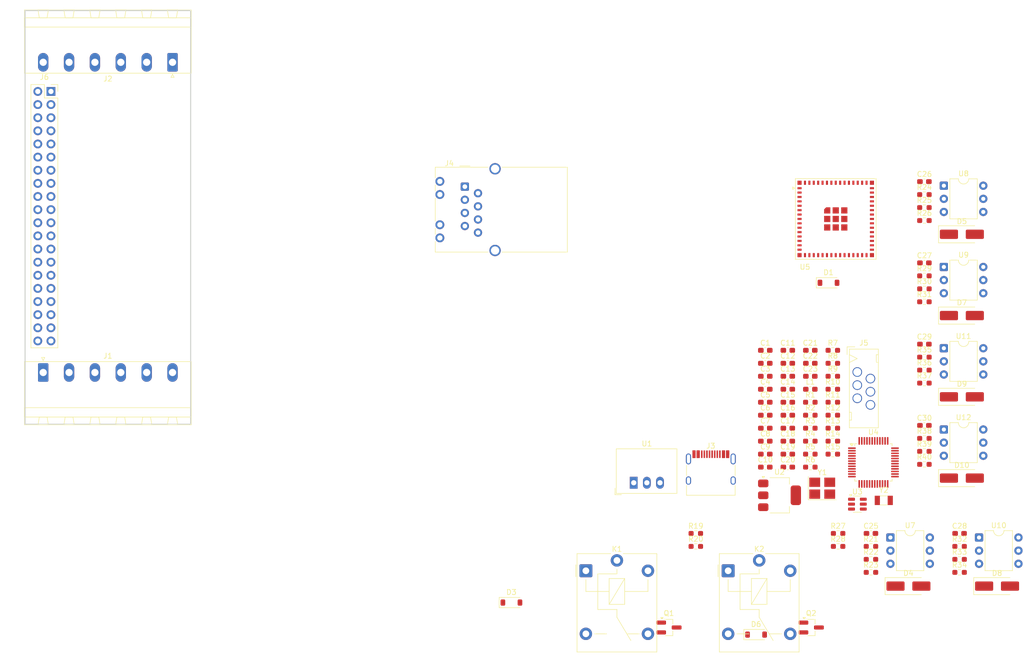
<source format=kicad_pcb>
(kicad_pcb (version 20241229) (generator "pcbnew") (generator_version "9.0")
  (layers (0 "F.Cu" signal) (2 "B.Cu" signal) (13 "F.Paste" user) (15 "B.Paste" user) (5 "F.SilkS" user "F.Silkscreen") (7 "B.SilkS" user "B.Silkscreen") (1 "F.Mask" user) (3 "B.Mask" user) (25 "Edge.Cuts" user))
  (net 0 "")
  (net 1 "GND")
  (net 2 "+5V")
  (net 3 "+3.3V")
  (net 4 "Net-(U4-XI{slash}CLKIN)")
  (net 5 "Net-(C4-Pad2)")
  (net 6 "/ESP_IO15")
  (net 7 "/ESP_IO16")
  (net 8 "/ESP_EN")
  (net 9 "Net-(U4-1V2O)")
  (net 10 "Net-(U4-TOCAP)")
  (net 11 "VDDA")
  (net 12 "Net-(D4-A2)")
  (net 13 "Net-(D5-A2)")
  (net 14 "Net-(D7-A2)")
  (net 15 "Net-(D8-A2)")
  (net 16 "Net-(D9-A2)")
  (net 17 "Net-(D10-A2)")
  (net 18 "VDC")
  (net 19 "+VDC")
  (net 20 "Net-(D6-A)")
  (net 21 "/relay/11")
  (net 22 "/relay/14")
  (net 23 "/relay1/14")
  (net 24 "/relay1/11")
  (net 25 "/input6/in")
  (net 26 "/input4/in")
  (net 27 "/input/in")
  (net 28 "/input3/in")
  (net 29 "/input2/in")
  (net 30 "/input5/in")
  (net 31 "Net-(J3-D+-PadA6)")
  (net 33 "Net-(J3-CC1)")
  (net 34 "Net-(J3-SHIELD)")
  (net 35 "Net-(J3-CC2)")
  (net 37 "Net-(J3-D--PadA7)")
  (net 38 "Net-(J4-Pad11)")
  (net 39 "/EPHY_TX_P")
  (net 40 "/EPHY_RX_P")
  (net 41 "/EPHY_TX_N")
  (net 43 "/EPHY_RX_N")
  (net 44 "Net-(J4-Pad9)")
  (net 45 "/ESP_IO0")
  (net 46 "/ESP_RXD")
  (net 47 "/ESP_TXD")
  (net 48 "/ESP_IO21")
  (net 49 "/ESP_IO41")
  (net 50 "/ESP_IO17")
  (net 51 "/ESP_IO37")
  (net 53 "/ESP_IO46")
  (net 55 "/ESP_IO45")
  (net 56 "/ESP_IO48")
  (net 57 "/ESP_IO38")
  (net 58 "/ESP_IO39")
  (net 59 "/ESP_IO36")
  (net 60 "/ESP_IO34")
  (net 61 "/ESP_IO42")
  (net 63 "/ESP_IO18")
  (net 65 "/ESP_IO33")
  (net 66 "/ESP_IO26")
  (net 67 "/ESP_IO40")
  (net 69 "/ESP_IO35")
  (net 72 "/ESP_IO47")
  (net 73 "Net-(Q2-G)")
  (net 74 "Net-(U4-~{SCS})")
  (net 75 "/ETH.~{SCS}")
  (net 76 "Net-(U4-SCLK)")
  (net 77 "/ETH.SCLK")
  (net 78 "/ETH.MISO")
  (net 79 "Net-(U4-MISO)")
  (net 80 "/ETH.MOSI")
  (net 81 "Net-(U4-MOSI)")
  (net 82 "/ETH.~{INT}")
  (net 83 "Net-(U4-~{INT})")
  (net 84 "/ETH.~{RST}")
  (net 85 "Net-(U4-~{RST})")
  (net 86 "Net-(U4-XO)")
  (net 87 "Net-(R11-Pad2)")
  (net 88 "Net-(U4-EXRES1)")
  (net 89 "/LED_ACT")
  (net 90 "/LED_LINK")
  (net 91 "Net-(R22-Pad2)")
  (net 92 "/ESP_IO3")
  (net 93 "Net-(R25-Pad2)")
  (net 94 "/ESP_IO5")
  (net 95 "/ESP_IO1")
  (net 96 "Net-(R30-Pad2)")
  (net 97 "/ESP_IO4")
  (net 98 "Net-(R33-Pad2)")
  (net 99 "/ESP_IO6")
  (net 100 "Net-(R36-Pad2)")
  (net 101 "/ESP_IO7")
  (net 102 "Net-(R39-Pad2)")
  (net 103 "/ESP_IO8")
  (net 104 "/ESP_IO2")
  (net 105 "/USB_D-")
  (net 106 "/USB_D+")
  (net 135 "Net-(D3-A)")
  (net 136 "/relay1/12")
  (net 137 "/relay/12")
  (net 138 "Net-(Q1-G)")
  (footprint "Capacitor_SMD:C_0603_1608Metric_Pad1.08x0.95mm_HandSolder" (layer "F.Cu") (at 163.07 103.28)
    (property "Reference" "C8" (at 0 -1.43 0) (layer "F.SilkS"))
    (property "Value" "1u")
    (pad "1" smd roundrect (at -0.8625 0) (size 1.075 0.95) (layers "F.Cu" "F.Mask" "F.Paste") (net 1 "GND"))
    (pad "2" smd roundrect (at 0.8625 0) (size 1.075 0.95) (layers "F.Cu" "F.Mask" "F.Paste") (net 3 "+3.3V"))
  )
  (footprint "Capacitor_SMD:C_0603_1608Metric_Pad1.08x0.95mm_HandSolder" (layer "F.Cu") (at 167.42 93.24)
    (property "Reference" "C14" (at 0 -1.43 0) (layer "F.SilkS"))
    (property "Value" "10n")
    (pad "1" smd roundrect (at -0.8625 0) (size 1.075 0.95) (layers "F.Cu" "F.Mask" "F.Paste") (net 1 "GND"))
    (pad "2" smd roundrect (at 0.8625 0) (size 1.075 0.95) (layers "F.Cu" "F.Mask" "F.Paste") (net 9 "Net-(U4-1V2O)"))
  )
  (footprint "Connector_PinSocket_2.54mm:PinSocket_2x20_P2.54mm_Vertical" (layer "F.Cu") (at 25 35.64)
    (property "Reference" "J6" (at -1.27 -2.77 0) (layer "F.SilkS"))
    (property "Value" "Conn_02x20_Odd_Even")
    (pad "1" thru_hole rect (at 0 0) (size 1.7 1.7) (drill 1) (layers "*.Cu" "*.Mask") (net 3 "+3.3V"))
    (pad "2" thru_hole circle (at -2.54 0) (size 1.7 1.7) (drill 1) (layers "*.Cu" "*.Mask") (net 2 "+5V"))
    (pad "3" thru_hole circle (at 0 2.54) (size 1.7 1.7) (drill 1) (layers "*.Cu" "*.Mask") (net 50 "/ESP_IO17"))
    (pad "4" thru_hole circle (at -2.54 2.54) (size 1.7 1.7) (drill 1) (layers "*.Cu" "*.Mask") (net 2 "+5V"))
    (pad "5" thru_hole circle (at 0 5.08) (size 1.7 1.7) (drill 1) (layers "*.Cu" "*.Mask") (net 63 "/ESP_IO18"))
    (pad "6" thru_hole circle (at -2.54 5.08) (size 1.7 1.7) (drill 1) (layers "*.Cu" "*.Mask") (net 1 "GND"))
    (pad "7" thru_hole circle (at 0 7.62) (size 1.7 1.7) (drill 1) (layers "*.Cu" "*.Mask") (net 48 "/ESP_IO21"))
    (pad "8" thru_hole circle (at -2.54 7.62) (size 1.7 1.7) (drill 1) (layers "*.Cu" "*.Mask") (net 66 "/ESP_IO26"))
    (pad "9" thru_hole circle (at 0 10.16) (size 1.7 1.7) (drill 1) (layers "*.Cu" "*.Mask") (net 1 "GND"))
    (pad "10" thru_hole circle (at -2.54 10.16) (size 1.7 1.7) (drill 1) (layers "*.Cu" "*.Mask") (net 65 "/ESP_IO33"))
    (pad "11" thru_hole circle (at 0 12.7) (size 1.7 1.7) (drill 1) (layers "*.Cu" "*.Mask") (net 60 "/ESP_IO34"))
    (pad "12" thru_hole circle (at -2.54 12.7) (size 1.7 1.7) (drill 1) (layers "*.Cu" "*.Mask") (net 69 "/ESP_IO35"))
    (pad "13" thru_hole circle (at 0 15.24) (size 1.7 1.7) (drill 1) (layers "*.Cu" "*.Mask") (net 59 "/ESP_IO36"))
    (pad "14" thru_hole circle (at -2.54 15.24) (size 1.7 1.7) (drill 1) (layers "*.Cu" "*.Mask") (net 1 "GND"))
    (pad "15" thru_hole circle (at 0 17.78) (size 1.7 1.7) (drill 1) (layers "*.Cu" "*.Mask") (net 51 "/ESP_IO37"))
    (pad "16" thru_hole circle (at -2.54 17.78) (size 1.7 1.7) (drill 1) (layers "*.Cu" "*.Mask") (net 57 "/ESP_IO38"))
    (pad "17" thru_hole circle (at 0 20.32) (size 1.7 1.7) (drill 1) (layers "*.Cu" "*.Mask") (net 3 "+3.3V"))
    (pad "18" thru_hole circle (at -2.54 20.32) (size 1.7 1.7) (drill 1) (layers "*.Cu" "*.Mask") (net 58 "/ESP_IO39"))
    (pad "19" thru_hole circle (at 0 22.86) (size 1.7 1.7) (drill 1) (layers "*.Cu" "*.Mask") (net 67 "/ESP_IO40"))
    (pad "20" thru_hole circle (at -2.54 22.86) (size 1.7 1.7) (drill 1) (layers "*.Cu" "*.Mask") (net 1 "GND"))
    (pad "21" thru_hole circle (at 0 25.4) (size 1.7 1.7) (drill 1) (layers "*.Cu" "*.Mask") (net 49 "/ESP_IO41"))
    (pad "22" thru_hole circle (at -2.54 25.4) (size 1.7 1.7) (drill 1) (layers "*.Cu" "*.Mask") (net 61 "/ESP_IO42"))
    (pad "23" thru_hole circle (at 0 27.94) (size 1.7 1.7) (drill 1) (layers "*.Cu" "*.Mask") (net 55 "/ESP_IO45"))
    (pad "24" thru_hole circle (at -2.54 27.94) (size 1.7 1.7) (drill 1) (layers "*.Cu" "*.Mask") (net 53 "/ESP_IO46"))
    (pad "25" thru_hole circle (at 0 30.48) (size 1.7 1.7) (drill 1) (layers "*.Cu" "*.Mask") (net 1 "GND"))
    (pad "26" thru_hole circle (at -2.54 30.48) (size 1.7 1.7) (drill 1) (layers "*.Cu" "*.Mask") (net 72 "/ESP_IO47"))
    (pad "27" thru_hole circle (at 0 33.02) (size 1.7 1.7) (drill 1) (layers "*.Cu" "*.Mask") (net 56 "/ESP_IO48"))
    (pad "28" thru_hole circle (at -2.54 33.02) (size 1.7 1.7) (drill 1) (layers "*.Cu" "*.Mask"))
    (pad "29" thru_hole circle (at 0 35.56) (size 1.7 1.7) (drill 1) (layers "*.Cu" "*.Mask"))
    (pad "30" thru_hole circle (at -2.54 35.56) (size 1.7 1.7) (drill 1) (layers "*.Cu" "*.Mask") (net 1 "GND"))
    (pad "31" thru_hole circle (at 0 38.1) (size 1.7 1.7) (drill 1) (layers "*.Cu" "*.Mask"))
    (pad "32" thru_hole circle (at -2.54 38.1) (size 1.7 1.7) (drill 1) (layers "*.Cu" "*.Mask"))
    (pad "33" thru_hole circle (at 0 40.64) (size 1.7 1.7) (drill 1) (layers "*.Cu" "*.Mask"))
    (pad "34" thru_hole circle (at -2.54 40.64) (size 1.7 1.7) (drill 1) (layers "*.Cu" "*.Mask") (net 1 "GND"))
    (pad "35" thru_hole circle (at 0 43.18) (size 1.7 1.7) (drill 1) (layers "*.Cu" "*.Mask"))
    (pad "36" thru_hole circle (at -2.54 43.18) (size 1.7 1.7) (drill 1) (layers "*.Cu" "*.Mask"))
    (pad "37" thru_hole circle (at 0 45.72) (size 1.7 1.7) (drill 1) (layers "*.Cu" "*.Mask") (net 1 "GND"))
    (pad "38" thru_hole circle (at -2.54 45.72) (size 1.7 1.7) (drill 1) (layers "*.Cu" "*.Mask") (net 19 "+VDC"))
    (pad "39" thru_hole circle (at 0 48.26) (size 1.7 1.7) (drill 1) (layers "*.Cu" "*.Mask") (net 1 "GND"))
    (pad "40" thru_hole circle (at -2.54 48.26) (size 1.7 1.7) (drill 1) (layers "*.Cu" "*.Mask") (net 19 "+VDC"))
  )
  (footprint "Package_DIP:DIP-6_W7.62mm" (layer "F.Cu") (at 197.58 69.59)
    (property "Reference" "U9" (at 3.81 -2.33 0) (layer "F.SilkS"))
    (property "Value" "4N35")
    (pad "1" thru_hole roundrect (at 0 0) (size 1.6 1.6) (drill 0.8) (layers "*.Cu" "*.Mask") (roundrect_rratio 0.15625) (net 96 "Net-(R30-Pad2)"))
    (pad "2" thru_hole circle (at 0 2.54) (size 1.6 1.6) (drill 0.8) (layers "*.Cu" "*.Mask") (net 1 "GND"))
    (pad "3" thru_hole circle (at 0 5.08) (size 1.6 1.6) (drill 0.8) (layers "*.Cu" "*.Mask"))
    (pad "4" thru_hole circle (at 7.62 5.08) (size 1.6 1.6) (drill 0.8) (layers "*.Cu" "*.Mask") (net 1 "GND"))
    (pad "5" thru_hole circle (at 7.62 2.54) (size 1.6 1.6) (drill 0.8) (layers "*.Cu" "*.Mask") (net 97 "/ESP_IO4"))
    (pad "6" thru_hole circle (at 7.62 0) (size 1.6 1.6) (drill 0.8) (layers "*.Cu" "*.Mask"))
  )
  (footprint "Capacitor_SMD:C_0603_1608Metric_Pad1.08x0.95mm_HandSolder" (layer "F.Cu") (at 167.42 90.73)
    (property "Reference" "C13" (at 0 -1.43 0) (layer "F.SilkS"))
    (property "Value" "1u")
    (pad "1" smd roundrect (at -0.8625 0) (size 1.075 0.95) (layers "F.Cu" "F.Mask" "F.Paste") (net 1 "GND"))
    (pad "2" smd roundrect (at 0.8625 0) (size 1.075 0.95) (layers "F.Cu" "F.Mask" "F.Paste") (net 3 "+3.3V"))
  )
  (footprint "Resistor_SMD:R_0603_1608Metric_Pad0.98x0.95mm_HandSolder" (layer "F.Cu") (at 193.82 58.1)
    (property "Reference" "R25" (at 0 -1.43 0) (layer "F.SilkS"))
    (property "Value" "2k7")
    (pad "1" smd roundrect (at -0.9125 0) (size 0.975 0.95) (layers "F.Cu" "F.Mask" "F.Paste") (net 13 "Net-(D5-A2)"))
    (pad "2" smd roundrect (at 0.9125 0) (size 0.975 0.95) (layers "F.Cu" "F.Mask" "F.Paste") (net 93 "Net-(R25-Pad2)"))
  )
  (footprint "Connector_RJ:RJ45_Wuerth_7499010121A_Horizontal" (layer "F.Cu") (at 105 54.055)
    (property "Reference" "J4" (at -3 -4.5 0) (layer "F.SilkS"))
    (property "Value" "RJ45_Wuerth_7499010121A")
    (pad "" np_thru_hole circle (at 8.89 -1.27 90) (size 3.25 3.25) (drill 3.25) (layers "*.Cu" "*.Mask"))
    (pad "" np_thru_hole circle (at 8.89 10.16 90) (size 3.25 3.25) (drill 3.25) (layers "*.Cu" "*.Mask"))
    (pad "1" thru_hole roundrect (at 0 0 90) (size 1.6 1.6) (drill 0.9) (layers "*.Cu" "*.Mask") (roundrect_rratio 0.155) (net 39 "/EPHY_TX_P"))
    (pad "2" thru_hole circle (at 2.54 1.27 90) (size 1.6 1.6) (drill 0.9) (layers "*.Cu" "*.Mask") (net 11 "VDDA"))
    (pad "3" thru_hole circle (at 0 2.54 90) (size 1.6 1.6) (drill 0.9) (layers "*.Cu" "*.Mask") (net 41 "/EPHY_TX_N"))
    (pad "4" thru_hole circle (at 2.54 3.81 90) (size 1.6 1.6) (drill 0.9) (layers "*.Cu" "*.Mask") (net 40 "/EPHY_RX_P"))
    (pad "5" thru_hole circle (at 0 5.08 90) (size 1.6 1.6) (drill 0.9) (layers "*.Cu" "*.Mask") (net 11 "VDDA"))
    (pad "6" thru_hole circle (at 2.54 6.35 90) (size 1.6 1.6) (drill 0.9) (layers "*.Cu" "*.Mask") (net 43 "/EPHY_RX_N"))
    (pad "7" thru_hole circle (at 0 7.62 90) (size 1.6 1.6) (drill 0.9) (layers "*.Cu" "*.Mask"))
    (pad "8" thru_hole circle (at 2.54 8.89 90) (size 1.6 1.6) (drill 0.9) (layers "*.Cu" "*.Mask") (net 1 "GND"))
    (pad "9" thru_hole circle (at -4.83 -1.02 90) (size 1.72 1.72) (drill 1.02) (layers "*.Cu" "*.Mask") (net 44 "Net-(J4-Pad9)"))
    (pad "10" thru_hole circle (at -4.83 1.52 90) (size 1.72 1.72) (drill 1.02) (layers "*.Cu" "*.Mask") (net 3 "+3.3V"))
    (pad "11" thru_hole circle (at -4.83 7.37 90) (size 1.72 1.72) (drill 1.02) (layers "*.Cu" "*.Mask") (net 38 "Net-(J4-Pad11)"))
    (pad "12" thru_hole circle (at -4.83 9.91 90) (size 1.72 1.72) (drill 1.02) (layers "*.Cu" "*.Mask") (net 3 "+3.3V"))
    (pad "SH" thru_hole circle (at 5.84 -3.455 90) (size 2.2 2.2) (drill 1.6) (layers "*.Cu" "*.Mask") (net 1 "GND"))
    (pad "SH" thru_hole circle (at 5.84 12.345 90) (size 2.2 2.2) (drill 1.6) (layers "*.Cu" "*.Mask") (net 1 "GND"))
  )
  (footprint "Resistor_SMD:R_0603_1608Metric_Pad0.98x0.95mm_HandSolder" (layer "F.Cu") (at 193.82 76.33)
    (property "Reference" "R31" (at 0 -1.43 0) (layer "F.SilkS"))
    (property "Value" "10k")
    (pad "1" smd roundrect (at -0.9125 0) (size 0.975 0.95) (layers "F.Cu" "F.Mask" "F.Paste") (net 3 "+3.3V"))
    (pad "2" smd roundrect (at 0.9125 0) (size 0.975 0.95) (layers "F.Cu" "F.Mask" "F.Paste") (net 97 "/ESP_IO4"))
  )
  (footprint "Capacitor_SMD:C_0603_1608Metric_Pad1.08x0.95mm_HandSolder" (layer "F.Cu") (at 167.42 105.79)
    (property "Reference" "C19" (at 0 -1.43 0) (layer "F.SilkS"))
    (property "Value" "1u")
    (pad "1" smd roundrect (at -0.8625 0) (size 1.075 0.95) (layers "F.Cu" "F.Mask" "F.Paste") (net 1 "GND"))
    (pad "2" smd roundrect (at 0.8625 0) (size 1.075 0.95) (layers "F.Cu" "F.Mask" "F.Paste") (net 3 "+3.3V"))
  )
  (footprint "Resistor_SMD:R_0603_1608Metric_Pad0.98x0.95mm_HandSolder" (layer "F.Cu") (at 200.62 123.64)
    (property "Reference" "R32" (at 0 -1.43 0) (layer "F.SilkS"))
    (property "Value" "10")
    (pad "1" smd roundrect (at -0.9125 0) (size 0.975 0.95) (layers "F.Cu" "F.Mask" "F.Paste") (net 26 "/input4/in"))
    (pad "2" smd roundrect (at 0.9125 0) (size 0.975 0.95) (layers "F.Cu" "F.Mask" "F.Paste") (net 15 "Net-(D8-A2)"))
  )
  (footprint "Resistor_SMD:R_0603_1608Metric_Pad0.98x0.95mm_HandSolder" (layer "F.Cu") (at 171.77 103.28)
    (property "Reference" "R4" (at 0 -1.43 0) (layer "F.SilkS"))
    (property "Value" "20")
    (pad "1" smd roundrect (at -0.9125 0) (size 0.975 0.95) (layers "F.Cu" "F.Mask" "F.Paste") (net 75 "/ETH.~{SCS}"))
    (pad "2" smd roundrect (at 0.9125 0) (size 0.975 0.95) (layers "F.Cu" "F.Mask" "F.Paste") (net 74 "Net-(U4-~{SCS})"))
  )
  (footprint "Resistor_SMD:R_0603_1608Metric_Pad0.98x0.95mm_HandSolder" (layer "F.Cu") (at 193.82 87.03)
    (property "Reference" "R35" (at 0 -1.43 0) (layer "F.SilkS"))
    (property "Value" "10")
    (pad "1" smd roundrect (at -0.9125 0) (size 0.975 0.95) (layers "F.Cu" "F.Mask" "F.Paste") (net 30 "/input5/in"))
    (pad "2" smd roundrect (at 0.9125 0) (size 0.975 0.95) (layers "F.Cu" "F.Mask" "F.Paste") (net 16 "Net-(D9-A2)"))
  )
  (footprint "Resistor_SMD:R_0603_1608Metric_Pad0.98x0.95mm_HandSolder" (layer "F.Cu") (at 200.62 126.15)
    (property "Reference" "R33" (at 0 -1.43 0) (layer "F.SilkS"))
    (property "Value" "2k7")
    (pad "1" smd roundrect (at -0.9125 0) (size 0.975 0.95) (layers "F.Cu" "F.Mask" "F.Paste") (net 15 "Net-(D8-A2)"))
    (pad "2" smd roundrect (at 0.9125 0) (size 0.975 0.95) (layers "F.Cu" "F.Mask" "F.Paste") (net 98 "Net-(R33-Pad2)"))
  )
  (footprint "Capacitor_SMD:C_0603_1608Metric_Pad1.08x0.95mm_HandSolder" (layer "F.Cu") (at 193.82 53.08)
    (property "Reference" "C26" (at 0 -1.43 0) (layer "F.SilkS"))
    (property "Value" "1u")
    (pad "1" smd roundrect (at -0.8625 0) (size 1.075 0.95) (layers "F.Cu" "F.Mask" "F.Paste") (net 1 "GND"))
    (pad "2" smd roundrect (at 0.8625 0) (size 1.075 0.95) (layers "F.Cu" "F.Mask" "F.Paste") (net 13 "Net-(D5-A2)"))
  )
  (footprint "Capacitor_SMD:C_0603_1608Metric_Pad1.08x0.95mm_HandSolder" (layer "F.Cu") (at 163.07 100.77)
    (property "Reference" "C7" (at 0 -1.43 0) (layer "F.SilkS"))
    (property "Value" "1u")
    (pad "1" smd roundrect (at -0.8625 0) (size 1.075 0.95) (layers "F.Cu" "F.Mask" "F.Paste") (net 1 "GND"))
    (pad "2" smd roundrect (at 0.8625 0) (size 1.075 0.95) (layers "F.Cu" "F.Mask" "F.Paste") (net 3 "+3.3V"))
  )
  (footprint "Resistor_SMD:R_0603_1608Metric_Pad0.98x0.95mm_HandSolder" (layer "F.Cu") (at 183.49 128.66)
    (property "Reference" "R23" (at 0 -1.43 0) (layer "F.SilkS"))
    (property "Value" "10k")
    (pad "1" smd roundrect (at -0.9125 0) (size 0.975 0.95) (layers "F.Cu" "F.Mask" "F.Paste") (net 3 "+3.3V"))
    (pad "2" smd roundrect (at 0.9125 0) (size 0.975 0.95) (layers "F.Cu" "F.Mask" "F.Paste") (net 92 "/ESP_IO3"))
  )
  (footprint "Capacitor_SMD:C_0603_1608Metric_Pad1.08x0.95mm_HandSolder" (layer "F.Cu") (at 167.42 108.3)
    (property "Reference" "C20" (at 0 -1.43 0) (layer "F.SilkS"))
    (property "Value" "1u")
    (pad "1" smd roundrect (at -0.8625 0) (size 1.075 0.95) (layers "F.Cu" "F.Mask" "F.Paste") (net 1 "GND"))
    (pad "2" smd roundrect (at 0.8625 0) (size 1.075 0.95) (layers "F.Cu" "F.Mask" "F.Paste") (net 3 "+3.3V"))
  )
  (footprint "Package_DIP:DIP-6_W7.62mm" (layer "F.Cu") (at 204.38 121.92)
    (property "Reference" "U10" (at 3.81 -2.33 0) (layer "F.SilkS"))
    (property "Value" "4N35")
    (pad "1" thru_hole roundrect (at 0 0) (size 1.6 1.6) (drill 0.8) (layers "*.Cu" "*.Mask") (roundrect_rratio 0.15625) (net 98 "Net-(R33-Pad2)"))
    (pad "2" thru_hole circle (at 0 2.54) (size 1.6 1.6) (drill 0.8) (layers "*.Cu" "*.Mask") (net 1 "GND"))
    (pad "3" thru_hole circle (at 0 5.08) (size 1.6 1.6) (drill 0.8) (layers "*.Cu" "*.Mask"))
    (pad "4" thru_hole circle (at 7.62 5.08) (size 1.6 1.6) (drill 0.8) (layers "*.Cu" "*.Mask") (net 1 "GND"))
    (pad "5" thru_hole circle (at 7.62 2.54) (size 1.6 1.6) (drill 0.8) (layers "*.Cu" "*.Mask") (net 99 "/ESP_IO6"))
    (pad "6" thru_hole circle (at 7.62 0) (size 1.6 1.6) (drill 0.8) (layers "*.Cu" "*.Mask"))
  )
  (footprint "Diode_SMD:D_SOD-123" (layer "F.Cu") (at 175.285 72.65)
    (property "Reference" "D1" (at 0 -2 0) (layer "F.SilkS"))
    (property "Value" "SS34")
    (pad "1" smd roundrect (at -1.65 0) (size 0.9 1.2) (layers "F.Cu" "F.Mask" "F.Paste") (net 19 "+VDC"))
    (pad "2" smd roundrect (at 1.65 0) (size 0.9 1.2) (layers "F.Cu" "F.Mask" "F.Paste") (net 18 "VDC"))
  )
  (footprint "Capacitor_SMD:C_0603_1608Metric_Pad1.08x0.95mm_HandSolder" (layer "F.Cu") (at 193.82 68.8)
    (property "Reference" "C27" (at 0 -1.43 0) (layer "F.SilkS"))
    (property "Value" "1u")
    (pad "1" smd roundrect (at -0.8625 0) (size 1.075 0.95) (layers "F.Cu" "F.Mask" "F.Paste") (net 1 "GND"))
    (pad "2" smd roundrect (at 0.8625 0) (size 1.075 0.95) (layers "F.Cu" "F.Mask" "F.Paste") (net 14 "Net-(D7-A2)"))
  )
  (footprint "Resistor_SMD:R_0603_1608Metric_Pad0.98x0.95mm_HandSolder" (layer "F.Cu") (at 171.77 105.79)
    (property "Reference" "R5" (at 0 -1.43 0) (layer "F.SilkS"))
    (property "Value" "20")
    (pad "1" smd roundrect (at -0.9125 0) (size 0.975 0.95) (layers "F.Cu" "F.Mask" "F.Paste") (net 77 "/ETH.SCLK"))
    (pad "2" smd roundrect (at 0.9125 0) (size 0.975 0.95) (layers "F.Cu" "F.Mask" "F.Paste") (net 76 "Net-(U4-SCLK)"))
  )
  (footprint "Package_QFP:LQFP-48_7x7mm_P0.5mm" (layer "F.Cu") (at 183.97 107.39)
    (property "Reference" "U4" (at 0 -5.85 0) (layer "F.SilkS"))
    (property "Value" "W5500")
    (pad "1" smd roundrect (at -4.1625 -2.75) (size 1.475 0.3) (layers "F.Cu" "F.Mask" "F.Paste") (net 41 "/EPHY_TX_N"))
    (pad "2" smd roundrect (at -4.1625 -2.25) (size 1.475 0.3) (layers "F.Cu" "F.Mask" "F.Paste") (net 39 "/EPHY_TX_P"))
    (pad "3" smd roundrect (at -4.1625 -1.75) (size 1.475 0.3) (layers "F.Cu" "F.Mask" "F.Paste") (net 1 "GND"))
    (pad "4" smd roundrect (at -4.1625 -1.25) (size 1.475 0.3) (layers "F.Cu" "F.Mask" "F.Paste") (net 11 "VDDA"))
    (pad "5" smd roundrect (at -4.1625 -0.75) (size 1.475 0.3) (layers "F.Cu" "F.Mask" "F.Paste") (net 43 "/EPHY_RX_N"))
    (pad "6" smd roundrect (at -4.1625 -0.25) (size 1.475 0.3) (layers "F.Cu" "F.Mask" "F.Paste") (net 40 "/EPHY_RX_P"))
    (pad "7" smd roundrect (at -4.1625 0.25) (size 1.475 0.3) (layers "F.Cu" "F.Mask" "F.Paste"))
    (pad "8" smd roundrect (at -4.1625 0.75) (size 1.475 0.3) (layers "F.Cu" "F.Mask" "F.Paste") (net 11 "VDDA"))
    (pad "9" smd roundrect (at -4.1625 1.25) (size 1.475 0.3) (layers "F.Cu" "F.Mask" "F.Paste") (net 1 "GND"))
    (pad "10" smd roundrect (at -4.1625 1.75) (size 1.475 0.3) (layers "F.Cu" "F.Mask" "F.Paste") (net 88 "Net-(U4-EXRES1)"))
    (pad "11" smd roundrect (at -4.1625 2.25) (size 1.475 0.3) (layers "F.Cu" "F.Mask" "F.Paste") (net 11 "VDDA"))
    (pad "12" smd roundrect (at -4.1625 2.75) (size 1.475 0.3) (layers "F.Cu" "F.Mask" "F.Paste"))
    (pad "13" smd roundrect (at -2.75 4.1625) (size 0.3 1.475) (layers "F.Cu" "F.Mask" "F.Paste"))
    (pad "14" smd roundrect (at -2.25 4.1625) (size 0.3 1.475) (layers "F.Cu" "F.Mask" "F.Paste") (net 1 "GND"))
    (pad "15" smd roundrect (at -1.75 4.1625) (size 0.3 1.475) (layers "F.Cu" "F.Mask" "F.Paste") (net 11 "VDDA"))
    (pad "16" smd roundrect (at -1.25 4.1625) (size 0.3 1.475) (layers "F.Cu" "F.Mask" "F.Paste") (net 1 "GND"))
    (pad "17" smd roundrect (at -0.75 4.1625) (size 0.3 1.475) (layers "F.Cu" "F.Mask" "F.Paste") (net 11 "VDDA"))
    (pad "18" smd roundrect (at -0.25 4.1625) (size 0.3 1.475) (layers "F.Cu" "F.Mask" "F.Paste"))
    (pad "19" smd roundrect (at 0.25 4.1625) (size 0.3 1.475) (layers "F.Cu" "F.Mask" "F.Paste") (net 1 "GND"))
    (pad "20" smd roundrect (at 0.75 4.1625) (size 0.3 1.475) (layers "F.Cu" "F.Mask" "F.Paste") (net 10 "Net-(U4-TOCAP)"))
    (pad "21" smd roundrect (at 1.25 4.1625) (size 0.3 1.475) (layers "F.Cu" "F.Mask" "F.Paste") (net 11 "VDDA"))
    (pad "22" smd roundrect (at 1.75 4.1625) (size 0.3 1.475) (layers "F.Cu" "F.Mask" "F.Paste") (net 9 "Net-(U4-1V2O)"))
    (pad "23" smd roundrect (at 2.25 4.1625) (size 0.3 1.475) (layers "F.Cu" "F.Mask" "F.Paste") (net 87 "Net-(R11-Pad2)"))
    (pad "24" smd roundrect (at 2.75 4.1625) (size 0.3 1.475) (layers "F.Cu" "F.Mask" "F.Paste"))
    (pad "25" smd roundrect (at 4.1625 2.75) (size 1.475 0.3) (layers "F.Cu" "F.Mask" "F.Paste") (net 90 "/LED_LINK"))
    (pad "26" smd roundrect (at 4.1625 2.25) (size 1.475 0.3) (layers "F.Cu" "F.Mask" "F.Paste"))
    (pad "27" smd roundrect (at 4.1625 1.75) (size 1.475 0.3) (layers "F.Cu" "F.Mask" "F.Paste") (net 89 "/LED_ACT"))
    (pad "28" smd roundrect (at 4.1625 1.25) (size 1.475 0.3) (layers "F.Cu" "F.Mask" "F.Paste") (net 3 "+3.3V"))
    (pad "29" smd roundrect (at 4.1625 0.75) (size 1.475 0.3) (layers "F.Cu" "F.Mask" "F.Paste") (net 1 "GND"))
    (pad "30" smd roundrect (at 4.1625 0.25) (size 1.475 0.3) (layers "F.Cu" "F.Mask" "F.Paste") (net 4 "Net-(U4-XI{slash}CLKIN)"))
    (pad "31" smd roundrect (at 4.1625 -0.25) (size 1.475 0.3) (layers "F.Cu" "F.Mask" "F.Paste") (net 86 "Net-(U4-XO)"))
    (pad "32" smd roundrect (at 4.1625 -0.75) (size 1.475 0.3) (layers "F.Cu" "F.Mask" "F.Paste") (net 74 "Net-(U4-~{SCS})"))
    (pad "33" smd roundrect (at 4.1625 -1.25) (size 1.475 0.3) (layers "F.Cu" "F.Mask" "F.Paste") (net 76 "Net-(U4-SCLK)"))
    (pad "34" smd roundrect (at 4.1625 -1.75) (size 1.475 0.3) (layers "F.Cu" "F.Mask" "F.Paste") (net 79 "Net-(U4-MISO)"))
    (pad "35" smd roundrect (at 4.1625 -2.25) (size 1.475 0.3) (layers "F.Cu" "F.Mask" "F.Paste") (net 81 "Net-(U4-MOSI)"))
    (pad "36" smd roundrect (at 4.1625 -2.75) (size 1.475 0.3) (layers "F.Cu" "F.Mask" "F.Paste") (net 83 "Net-(U4-~{INT})"))
    (pad "37" smd roundrect (at 2.75 -4.1625) (size 0.3 1.475) (layers "F.Cu" "F.Mask" "F.Paste") (net 85 "Net-(U4-~{RST})"))
    (pad "38" smd roundrect (at 2.25 -4.1625) (size 0.3 1.475) (layers "F.Cu" "F.Mask" "F.Paste"))
    (pad "39" smd roundrect (at 1.75 -4.1625) (size 0.3 1.475) (layers "F.Cu" "F.Mask" "F.Paste"))
    (pad "40" smd roundrect (at 1.25 -4.1625) (size 0.3 1.475) (layers "F.Cu" "F.Mask" "F.Paste"))
    (pad "41" smd roundrect (at 0.75 -4.1625) (size 0.3 1.475) (layers "F.Cu" "F.Mask" "F.Paste"))
    (pad "42" smd roundrect (at 0.25 -4.1625) (size 0.3 1.475) (layers "F.Cu" "F.Mask" "F.Paste"))
    (pad "43" smd roundrect (at -0.25 -4.1625) (size 0.3 1.475) (layers "F.Cu" "F.Mask" "F.Paste"))
    (pad "44" smd roundrect (at -0.75 -4.1625) (size 0.3 1.475) (layers "F.Cu" "F.Mask" "F.Paste"))
    (pad "45" smd roundrect (at -1.25 -4.1625) (size 0.3 1.475) (layers "F.Cu" "F.Mask" "F.Paste"))
    (pad "46" smd roundrect (at -1.75 -4.1625) (size 0.3 1.475) (layers "F.Cu" "F.Mask" "F.Paste"))
    (pad "47" smd roundrect (at -2.25 -4.1625) (size 0.3 1.475) (layers "F.Cu" "F.Mask" "F.Paste"))
    (pad "48" smd roundrect (at -2.75 -4.1625) (size 0.3 1.475) (layers "F.Cu" "F.Mask" "F.Paste") (net 1 "GND"))
  )
  (footprint "Relay_THT:Relay_SPDT_Finder_36.11" (layer "F.Cu") (at 155.89 128.35)
    (property "Reference" "K2" (at 6 -4.2 0) (layer "F.SilkS"))
    (property "Value" "36.11.9.005.4011")
    (pad "11" thru_hole circle (at 6 -2) (size 2.4 2.4) (drill 1.3) (layers "*.Cu" "*.Mask") (net 21 "/relay/11") (clearance 0.2))
    (pad "12" thru_hole circle (at 12 12.2) (size 2.4 2.4) (drill 1.3) (layers "*.Cu" "*.Mask") (net 137 "/relay/12"))
    (pad "14" thru_hole circle (at 0 12.2) (size 2.4 2.4) (drill 1.3) (layers "*.Cu" "*.Mask") (net 22 "/relay/14"))
    (pad "A1" thru_hole roundrect (at 0 0) (size 2.5 2.5) (drill 1.3) (layers "*.Cu" "*.Mask") (roundrect_rratio 0.1) (net 2 "+5V"))
    (pad "A2" thru_hole circle (at 12 0) (size 2.4 2.4) (drill 1.3) (layers "*.Cu" "*.Mask") (net 20 "Net-(D6-A)"))
  )
  (footprint "Connector_Phoenix_MSTB:PhoenixContact_MSTBA_2,5_6-G_1x06_P5.00mm_Horizontal" (layer "F.Cu") (at 48.5 30 180)
    (property "Reference" "J2" (at 12.5 -3.2 0) (layer "F.SilkS"))
    (property "Value" "Conn_01x06")
    (pad "1" thru_hole roundrect (at 0 0 180) (size 2 3.6) (drill 1.4) (layers "*.Cu" "*.Mask") (roundrect_rratio 0.125) (net 27 "/input/in"))
    (pad "2" thru_hole oval (at 5 0 180) (size 2 3.6) (drill 1.4) (layers "*.Cu" "*.Mask") (net 29 "/input2/in"))
    (pad "3" thru_hole oval (at 10 0 180) (size 2 3.6) (drill 1.4) (layers "*.Cu" "*.Mask") (net 28 "/input3/in"))
    (pad "4" thru_hole oval (at 15 0 180) (size 2 3.6) (drill 1.4) (layers "*.Cu" "*.Mask") (net 26 "/input4/in"))
    (pad "5" thru_hole oval (at 20 0 180) (size 2 3.6) (drill 1.4) (layers "*.Cu" "*.Mask") (net 30 "/input5/in"))
    (pad "6" thru_hole oval (at 25 0 180) (size 2 3.6) (drill 1.4) (layers "*.Cu" "*.Mask") (net 25 "/input6/in"))
  )
  (footprint "Resistor_SMD:R_0603_1608Metric_Pad0.98x0.95mm_HandSolder" (layer "F.Cu") (at 200.62 128.66)
    (property "Reference" "R34" (at 0 -1.43 0) (layer "F.SilkS"))
    (property "Value" "10k")
    (pad "1" smd roundrect (at -0.9125 0) (size 0.975 0.95) (layers "F.Cu" "F.Mask" "F.Paste") (net 3 "+3.3V"))
    (pad "2" smd roundrect (at 0.9125 0) (size 0.975 0.95) (layers "F.Cu" "F.Mask" "F.Paste") (net 99 "/ESP_IO6"))
  )
  (footprint "Package_DIP:DIP-6_W7.62mm" (layer "F.Cu") (at 187.25 121.92)
    (property "Reference" "U7" (at 3.81 -2.33 0) (layer "F.SilkS"))
    (property "Value" "4N35")
    (pad "1" thru_hole roundrect (at 0 0) (size 1.6 1.6) (drill 0.8) (layers "*.Cu" "*.Mask") (roundrect_rratio 0.15625) (net 91 "Net-(R22-Pad2)"))
    (pad "2" thru_hole circle (at 0 2.54) (size 1.6 1.6) (drill 0.8) (layers "*.Cu" "*.Mask") (net 1 "GND"))
    (pad "3" thru_hole circle (at 0 5.08) (size 1.6 1.6) (drill 0.8) (layers "*.Cu" "*.Mask"))
    (pad "4" thru_hole circle (at 7.62 5.08) (size 1.6 1.6) (drill 0.8) (layers "*.Cu" "*.Mask") (net 1 "GND"))
    (pad "5" thru_hole circle (at 7.62 2.54) (size 1.6 1.6) (drill 0.8) (layers "*.Cu" "*.Mask") (net 92 "/ESP_IO3"))
    (pad "6" thru_hole circle (at 7.62 0) (size 1.6 1.6) (drill 0.8) (layers "*.Cu" "*.Mask"))
  )
  (footprint "Capacitor_SMD:C_0603_1608Metric_Pad1.08x0.95mm_HandSolder" (layer "F.Cu") (at 163.07 105.79)
    (property "Reference" "C9" (at 0 -1.43 0) (layer "F.SilkS"))
    (property "Value" "100n")
    (pad "1" smd roundrect (at -0.8625 0) (size 1.075 0.95) (layers "F.Cu" "F.Mask" "F.Paste") (net 8 "/ESP_EN"))
    (pad "2" smd roundrect (at 0.8625 0) (size 1.075 0.95) (layers "F.Cu" "F.Mask" "F.Paste") (net 1 "GND"))
  )
  (footprint "RF_Module:ESP32-S2-MINI-1U" (layer "F.Cu") (at 176.686 60.3)
    (property "Reference" "U5" (at -5.95 9.3 0) (layer "F.SilkS"))
    (property "Value" "ESP32-S3-MINI-1U")
    (pad "1" smd rect (at -7 -5.95) (size 0.8 0.4) (layers "F.Cu" "F.Mask" "F.Paste") (net 1 "GND"))
    (pad "2" smd rect (at -7 -5.1) (size 0.8 0.4) (layers "F.Cu" "F.Mask" "F.Paste") (net 1 "GND"))
    (pad "3" smd rect (at -7 -4.25) (size 0.8 0.4) (layers "F.Cu" "F.Mask" "F.Paste") (net 3 "+3.3V"))
    (pad "4" smd rect (at -7 -3.4) (size 0.8 0.4) (layers "F.Cu" "F.Mask" "F.Paste") (net 45 "/ESP_IO0"))
    (pad "5" smd rect (at -7 -2.55) (size 0.8 0.4) (layers "F.Cu" "F.Mask" "F.Paste") (net 95 "/ESP_IO1"))
    (pad "6" smd rect (at -7 -1.7) (size 0.8 0.4) (layers "F.Cu" "F.Mask" "F.Paste") (net 104 "/ESP_IO2"))
    (pad "7" smd rect (at -7 -0.85) (size 0.8 0.4) (layers "F.Cu" "F.Mask" "F.Paste") (net 92 "/ESP_IO3"))
    (pad "8" smd rect (at -7 0) (size 0.8 0.4) (layers "F.Cu" "F.Mask" "F.Paste") (net 97 "/ESP_IO4"))
    (pad "9" smd rect (at -7 0.85) (size 0.8 0.4) (layers "F.Cu" "F.Mask" "F.Paste") (net 94 "/ESP_IO5"))
    (pad "10" smd rect (at -7 1.7) (size 0.8 0.4) (layers "F.Cu" "F.Mask" "F.Paste") (net 99 "/ESP_IO6"))
    (pad "11" smd rect (at -7 2.55) (size 0.8 0.4) (layers "F.Cu" "F.Mask" "F.Paste") (net 101 "/ESP_IO7"))
    (pad "12" smd rect (at -7 3.4) (size 0.8 0.4) (layers "F.Cu" "F.Mask" "F.Paste") (net 103 "/ESP_IO8"))
    (pad "13" smd rect (at -7 4.25) (size 0.8 0.4) (layers "F.Cu" "F.Mask" "F.Paste") (net 82 "/ETH.~{INT}"))
    (pad "14" smd rect (at -7 5.1) (size 0.8 0.4) (layers "F.Cu" "F.Mask" "F.Paste") (net 75 "/ETH.~{SCS}"))
    (pad "15" smd rect (at -7 5.95) (size 0.8 0.4) (layers "F.Cu" "F.Mask" "F.Paste") (net 80 "/ETH.MOSI"))
    (pad "16" smd rect (at -5.95 7 90) (size 0.8 0.4) (layers "F.Cu" "F.Mask" "F.Paste") (net 77 "/ETH.SCLK"))
    (pad "17" smd rect (at -5.1 7 90) (size 0.8 0.4) (layers "F.Cu" "F.Mask" "F.Paste") (net 78 "/ETH.MISO"))
    (pad "18" smd rect (at -4.25 7 90) (size 0.8 0.4) (layers "F.Cu" "F.Mask" "F.Paste") (net 84 "/ETH.~{RST}"))
    (pad "19" smd rect (at -3.4 7 90) (size 0.8 0.4) (layers "F.Cu" "F.Mask" "F.Paste") (net 6 "/ESP_IO15"))
    (pad "20" smd rect (at -2.55 7 90) (size 0.8 0.4) (layers "F.Cu" "F.Mask" "F.Paste") (net 7 "/ESP_IO16"))
    (pad "21" smd rect (at -1.7 7 90) (size 0.8 0.4) (layers "F.Cu" "F.Mask" "F.Paste") (net 50 "/ESP_IO17"))
    (pad "22" smd rect (at -0.85 7 90) (size 0.8 0.4) (layers "F.Cu" "F.Mask" "F.Paste") (net 63 "/ESP_IO18"))
    (pad "23" smd rect (at 0 7 90) (size 0.8 0.4) (layers "F.Cu" "F.Mask" "F.Paste") (net 105 "/USB_D-"))
    (pad "24" smd rect (at 0.85 7 90) (size 0.8 0.4) (layers "F.Cu" "F.Mask" "F.Paste") (net 106 "/USB_D+"))
    (pad "25" smd rect (at 1.7 7 90) (size 0.8 0.4) (layers "F.Cu" "F.Mask" "F.Paste") (net 48 "/ESP_IO21"))
    (pad "26" smd rect (at 2.55 7 90) (size 0.8 0.4) (layers "F.Cu" "F.Mask" "F.Paste") (net 66 "/ESP_IO26"))
    (pad "27" smd rect (at 3.4 7 90) (size 0.8 0.4) (layers "F.Cu" "F.Mask" "F.Paste") (net 72 "/ESP_IO47"))
    (pad "28" smd rect (at 4.25 7 90) (size 0.8 0.4) (layers "F.Cu" "F.Mask" "F.Paste") (net 65 "/ESP_IO33"))
    (pad "29" smd rect (at 5.1 7 90) (size 0.8 0.4) (layers "F.Cu" "F.Mask" "F.Paste") (net 60 "/ESP_IO34"))
    (pad "30" smd rect (at 5.95 7 90) (size 0.8 0.4) (layers "F.Cu" "F.Mask" "F.Paste") (net 56 "/ESP_IO48"))
    (pad "31" smd rect (at 7 5.95) (size 0.8 0.4) (layers "F.Cu" "F.Mask" "F.Paste") (net 69 "/ESP_IO35"))
    (pad "32" smd rect (at 7 5.1) (size 0.8 0.4) (layers "F.Cu" "F.Mask" "F.Paste") (net 59 "/ESP_IO36"))
    (pad "33" smd rect (at 7 4.25) (size 0.8 0.4) (layers "F.Cu" "F.Mask" "F.Paste") (net 51 "/ESP_IO37"))
    (pad "34" smd rect (at 7 3.4) (size 0.8 0.4) (layers "F.Cu" "F.Mask" "F.Paste") (net 57 "/ESP_IO38"))
    (pad "35" smd rect (at 7 2.55) (size 0.8 0.4) (layers "F.Cu" "F.Mask" "F.Paste") (net 58 "/ESP_IO39"))
    (pad "36" smd rect (at 7 1.7) (size 0.8 0.4) (layers "F.Cu" "F.Mask" "F.Paste") (net 67 "/ESP_IO40"))
    (pad "37" smd rect (at 7 0.85) (size 0.8 0.4) (layers "F.Cu" "F.Mask" "F.Paste") (net 49 "/ESP_IO41"))
    (pad "38" smd rect (at 7 0) (size 0.8 0.4) (layers "F.Cu" "F.Mask" "F.Paste") (net 61 "/ESP_IO42"))
    (pad "39" smd rect (at 7 -0.85) (size 0.8 0.4) (layers "F.Cu" "F.Mask" "F.Paste") (net 47 "/ESP_TXD"))
    (pad "40" smd rect (at 7 -1.7) (size 0.8 0.4) (layers "F.Cu" "F.Mask" "F.Paste") (net 46 "/ESP_RXD"))
    (pad "41" smd rect (at 7 -2.55) (size 0.8 0.4) (layers "F.Cu" "F.Mask" "F.Paste") (net 55 "/ESP_IO45"))
    (pad "42" smd rect (at 7 -3.4) (size 0.8 0.4) (layers "F.Cu" "F.Mask" "F.Paste") (net 1 "GND"))
    (pad "43" smd rect (at 7 -4.25) (size 0.8 0.4) (layers "F.Cu" "F.Mask" "F.Paste") (net 1 "GND"))
    (pad "44" smd rect (at 7 -5.1) (size 0.8 0.4) (layers "F.Cu" "F.Mask" "F.Paste") (net 53 "/ESP_IO46"))
    (pad "45" smd rect (at 7 -5.95) (size 0.8 0.4) (layers "F.Cu" "F.Mask" "F.Paste") (net 8 "/ESP_EN"))
    (pad "46" smd rect (at 5.95 -7 90) (size 0.8 0.4) (layers "F.Cu" "F.Mask" "F.Paste") (net 1 "GND"))
    (pad "47" smd rect (at 5.1 -7 90) (size 0.8 0.4) (layers "F.Cu" "F.Mask" "F.Paste") (net 1 "GND"))
    (pad "48" smd rect (at 4.25 -7 90) (size 0.8 0.4) (layers "F.Cu" "F.Mask" "F.Paste") (net 1 "GND"))
    (pad "49" smd rect (at 3.4 -7 90) (size 0.8 0.4) (layers "F.Cu" "F.Mask" "F.Paste") (net 1 "GND"))
    (pad "50" smd rect (at 2.55 -7 90) (size 0.8 0.4) (layers "F.Cu" "F.Mask" "F.Paste") (net 1 "GND"))
    (pad "51" smd rect (at 1.7 -7 90) (size 0.8 0.4) (layers "F.Cu" "F.Mask" "F.Paste") (net 1 "GND"))
    (pad "52" smd rect (at 0.85 -7 90) (size 0.8 0.4) (layers "F.Cu" "F.Mask" "F.Paste") (net 1 "GND"))
    (pad "53" smd rect (at 0 -7 90) (size 0.8 0.4) (layers "F.Cu" "F.Mask" "F.Paste") (net 1 "GND"))
    (pad "54" smd rect (at -0.85 -7 90) (size 0.8 0.4) (layers "F.Cu" "F.Mask" "F.Paste") (net 1 "GND"))
    (pad "55" smd rect (at -1.7 -7 90) (size 0.8 0.4) (layers "F.Cu" "F.Mask" "F.Paste") (net 1 "GND"))
    (pad "56" smd rect (at -2.55 -7 90) (size 0.8 0.4) (layers "F.Cu" "F.Mask" "F.Paste") (net 1 "GND"))
    (pad "57" smd rect (at -3.4 -7 90) (size 0.8 0.4) (layers "F.Cu" "F.Mask" "F.Paste") (net 1 "GND"))
    (pad "58" smd rect (at -4.25 -7 90) (size 0.8 0.4) (layers "F.Cu" "F.Mask" "F.Paste") (net 1 "GND"))
    (pad "59" smd rect (at -5.1 -7 90) (size 0.8 0.4) (layers "F.Cu" "F.Mask" "F.Paste") (net 1 "GND"))
    (pad "60" smd rect (at -5.95 -7 90) (size 0.8 0.4) (layers "F.Cu" "F.Mask" "F.Paste") (net 1 "GND"))
    (pad "61" smd roundrect (at -1.65 -1.65) (size 1.2 1.2) (property pad_prop_heatsink) (layers "F.Cu" "F.Mask" "F.Paste") (roundrect_rratio 0) (chamfer_ratio 0.33) (chamfer top_left) (net 1 "GND"))
    (pad "61" smd rect (at -1.65 0) (size 1.2 1.2) (property pad_prop_heatsink) (layers "F.Cu" "F.Mask" "F.Paste") (net 1 "GND"))
    (pad "61" smd rect (at -1.65 1.65) (size 1.2 1.2) (property pad_prop_heatsink) (layers "F.Cu" "F.Mask" "F.Paste") (net 1 "GND"))
    (pad "61" smd rect (at 0 -1.65) (size 1.2 1.2) (property pad_prop_heatsink) (layers "F.Cu" "F.Mask" "F.Paste") (net 1 "GND"))
    (pad "61" smd rect (at 0 0) (size 1.2 1.2) (property pad_prop_heatsink) (layers "F.Cu" "F.Mask" "F.Paste") (net 1 "GND"))
    (pad "61" smd rect (at 0 1.65) (size 1.2 1.2) (property pad_prop_heatsink) (layers "F.Cu" "F.Mask" "F.Paste") (net 1 "GND"))
    (pad "61" smd rect (at 1.65 -1.65) (size 1.2 1.2) (property pad_prop_heatsink) (layers "F.Cu" "F.Mask" "F.Paste") (net 1 "GND"))
    (pad "61" smd rect (at 1.65 0) (size 1.2 1.2) (property pad_prop_heatsink) (layers "F.Cu" "F.Mask" "F.Paste") (net 1 "GND"))
    (pad "61" smd rect (at 1.65 1.65) (size 1.2 1.2) (property pad_prop_heatsink) (layers "F.Cu" "F.Mask" "F.Paste") (net 1 "GND"))
    (pad "62" smd rect (at -7 -7) (size 0.8 0.8) (layers "F.Cu" "F.Mask" "F.Paste") (net 1 "GND"))
    (pad "63" smd rect (at -7 7) (size 0.8 0.8) (layers "F.Cu" "F.Mask" "F.Paste") (net 1 "GND"))
    (pad "64" smd rect (at 7 7) (size 0.8 0.8) (layers "F.Cu" "F.Mask" "F.Paste") (net 1 "GND"))
    (pad "65" smd rect (at 7 -7) (size 0.8 0.8) (layers "F.Cu" "F.Mask" "F.Paste") (net 1 "GND"))
  )
  (footprint "Resistor_SMD:R_0603_1608Metric_Pad0.98x0.95mm_HandSolder" (layer "F.Cu") (at 193.82 105.26)
    (property "Reference" "R39" (at 0 -1.43 0) (layer "F.SilkS"))
    (property "Value" "2k7")
    (pad "1" smd roundrect (at -0.9125 0) (size 0.975 0.95) (layers "F.Cu" "F.Mask" "F.Paste") (net 17 "Net-(D10-A2)"))
    (pad "2" smd roundrect (at 0.9125 0) (size 0.975 0.95) (layers "F.Cu" "F.Mask" "F.Paste") (net 102 "Net-(R39-Pad2)"))
  )
  (footprint "Diode_SMD:D_SMA_Handsoldering" (layer "F.Cu") (at 201.065 63.27)
    (property "Reference" "D5" (at 0 -2.5 0) (layer "F.SilkS"))
    (property "Value" "SMBJ28A")
    (pad "1" smd roundrect (at -2.5 0) (size 3.5 1.8) (layers "F.Cu" "F.Mask" "F.Paste") (roundrect_rratio 0.1388888889) (net 1 "GND"))
    (pad "2" smd roundrect (at 2.5 0) (size 3.5 1.8) (layers "F.Cu" "F.Mask" "F.Paste") (roundrect_rratio 0.1388888889) (net 13 "Net-(D5-A2)"))
  )
  (footprint "Capacitor_SMD:C_0603_1608Metric_Pad1.08x0.95mm_HandSolder" (layer "F.Cu") (at 163.07 88.22)
    (property "Reference" "C2" (at 0 -1.43 0) (layer "F.SilkS"))
    (property "Value" "1u")
    (pad "1" smd roundrect (at -0.8625 0) (size 1.075 0.95) (layers "F.Cu" "F.Mask" "F.Paste") (net 1 "GND"))
    (pad "2" smd roundrect (at 0.8625 0) (size 1.075 0.95) (layers "F.Cu" "F.Mask" "F.Paste") (net 3 "+3.3V"))
  )
  (footprint "Inductor_SMD:L_0603_1608Metric_Pad1.05x0.95mm_HandSolder" (layer "F.Cu") (at 171.77 93.24)
    (property "Reference" "L1" (at 0 -1.43 0) (layer "F.SilkS"))
    (property "Value" "15u")
    (pad "1" smd roundrect (at -0.875 0) (size 1.05 0.95) (layers "F.Cu" "F.Mask" "F.Paste") (net 11 "VDDA"))
    (pad "2" smd roundrect (at 0.875 0) (size 1.05 0.95) (layers "F.Cu" "F.Mask" "F.Paste") (net 3 "+3.3V"))
  )
  (footprint "Resistor_SMD:R_0603_1608Metric_Pad0.98x0.95mm_HandSolder" (layer "F.Cu") (at 171.77 100.77)
    (property "Reference" "R3" (at 0 -1.43 0) (layer "F.SilkS"))
    (property "Value" "5k1")
    (pad "1" smd roundrect (at -0.9125 0) (size 0.975 0.95) (layers "F.Cu" "F.Mask" "F.Paste") (net 33 "Net-(J3-CC1)"))
    (pad "2" smd roundrect (at 0.9125 0) (size 0.975 0.95) (layers "F.Cu" "F.Mask" "F.Paste") (net 1 "GND"))
  )
  (footprint "Resistor_SMD:R_0603_1608Metric_Pad0.98x0.95mm_HandSolder" (layer "F.Cu") (at 171.77 98.26)
    (property "Reference" "R2" (at 0 -1.43 0) (layer "F.SilkS"))
    (property "Value" "5k1")
    (pad "1" smd roundrect (at -0.9125 0) (size 0.975 0.95) (layers "F.Cu" "F.Mask" "F.Paste") (net 35 "Net-(J3-CC2)"))
    (pad "2" smd roundrect (at 0.9125 0) (size 0.975 0.95) (layers "F.Cu" "F.Mask" "F.Paste") (net 1 "GND"))
  )
  (footprint "Relay_THT:Relay_SPDT_Finder_36.11" (layer "F.Cu") (at 128.39 128.35)
    (property "Reference" "K1" (at 6 -4.2 0) (layer "F.SilkS"))
    (property "Value" "36.11.9.005.4011")
    (pad "11" thru_hole circle (at 6 -2) (size 2.4 2.4) (drill 1.3) (layers "*.Cu" "*.Mask") (net 24 "/relay1/11") (clearance 0.2))
    (pad "12" thru_hole circle (at 12 12.2) (size 2.4 2.4) (drill 1.3) (layers "*.Cu" "*.Mask") (net 136 "/relay1/12"))
    (pad "14" thru_hole circle (at 0 12.2) (size 2.4 2.4) (drill 1.3) (layers "*.Cu" "*.Mask") (net 23 "/relay1/14"))
    (pad "A1" thru_hole roundrect (at 0 0) (size 2.5 2.5) (drill 1.3) (layers "*.Cu" "*.Mask") (roundrect_rratio 0.1) (net 2 "+5V"))
    (pad "A2" thru_hole circle (at 12 0) (size 2.4 2.4) (drill 1.3) (layers "*.Cu" "*.Mask") (net 135 "Net-(D3-A)"))
  )
  (footprint "Crystal:Crystal_SMD_3215-2Pin_3.2x1.5mm" (layer "F.Cu") (at 185.97 114.74)
    (property "Reference" "Y2" (at 0 -2 0) (layer "F.SilkS"))
    (property "Value" "32.768 kHz")
    (pad "1" smd rect (at 1.25 0) (size 1 1.8) (layers "F.Cu" "F.Mask" "F.Paste") (net 6 "/ESP_IO15"))
    (pad "2" smd rect (at -1.25 0) (size 1 1.8) (layers "F.Cu" "F.Mask" "F.Paste") (net 7 "/ESP_IO16"))
  )
  (footprint "Package_DIP:DIP-6_W7.62mm" (layer "F.Cu") (at 197.58 101.03)
    (property "Reference" "U12" (at 3.81 -2.33 0) (layer "F.SilkS"))
    (property "Value" "4N35")
    (pad "1" thru_hole roundrect (at 0 0) (size 1.6 1.6) (drill 0.8) (layers "*.Cu" "*.Mask") (roundrect_rratio 0.15625) (net 102 "Net-(R39-Pad2)"))
    (pad "2" thru_hole circle (at 0 2.54) (size 1.6 1.6) (drill 0.8) (layers "*.Cu" "*.Mask") (net 1 "GND"))
    (pad "3" thru_hole circle (at 0 5.08) (size 1.6 1.6) (drill 0.8) (layers "*.Cu" "*.Mask"))
    (pad "4" thru_hole circle (at 7.62 5.08) (size 1.6 1.6) (drill 0.8) (layers "*.Cu" "*.Mask") (net 1 "GND"))
    (pad "5" thru_hole circle (at 7.62 2.54) (size 1.6 1.6) (drill 0.8) (layers "*.Cu" "*.Mask") (net 103 "/ESP_IO8"))
    (pad "6" thru_hole circle (at 7.62 0) (size 1.6 1.6) (drill 0.8) (layers "*.Cu" "*.Mask"))
  )
  (footprint "Package_DIP:DIP-6_W7.62mm" (layer "F.Cu") (at 197.58 53.87)
    (property "Reference" "U8" (at 3.81 -2.33 0) (layer "F.SilkS"))
    (property "Value" "4N35")
    (pad "1" thru_hole roundrect (at 0 0) (size 1.6 1.6) (drill 0.8) (layers "*.Cu" "*.Mask") (roundrect_rratio 0.15625) (net 93 "Net-(R25-Pad2)"))
    (pad "2" thru_hole circle (at 0 2.54) (size 1.6 1.6) (drill 0.8) (layers "*.Cu" "*.Mask") (net 1 "GND"))
    (pad "3" thru_hole circle (at 0 5.08) (size 1.6 1.6) (drill 0.8) (layers "*.Cu" "*.Mask"))
    (pad "4" thru_hole circle (at 7.62 5.08) (size 1.6 1.6) (drill 0.8) (layers "*.Cu" "*.Mask") (net 1 "GND"))
    (pad "5" thru_hole circle (at 7.62 2.54) (size 1.6 1.6) (drill 0.8) (layers "*.Cu" "*.Mask") (net 94 "/ESP_IO5"))
    (pad "6" thru_hole circle (at 7.62 0) (size 1.6 1.6) (drill 0.8) (layers "*.Cu" "*.Mask"))
  )
  (footprint "Capacitor_SMD:C_0603_1608Metric_Pad1.08x0.95mm_HandSolder" (layer "F.Cu") (at 193.82 84.52)
    (property "Reference" "C29" (at 0 -1.43 0) (layer "F.SilkS"))
    (property "Value" "1u")
    (pad "1" smd roundrect (at -0.8625 0) (size 1.075 0.95) (layers "F.Cu" "F.Mask" "F.Paste") (net 1 "GND"))
    (pad "2" smd roundrect (at 0.8625 0) (size 1.075 0.95) (layers "F.Cu" "F.Mask" "F.Paste") (net 16 "Net-(D9-A2)"))
  )
  (footprint "Package_TO_SOT_SMD:SOT-23-6" (layer "F.Cu") (at 180.87 115.465)
    (property "Reference" "U3" (at 0 -2.4 0) (layer "F.SilkS"))
    (property "Value" "WE-TVS-82400102")
    (pad "1" smd roundrect (at -1.1375 -0.95) (size 1.325 0.6) (layers "F.Cu" "F.Mask" "F.Paste") (net 37 "Net-(J3-D--PadA7)"))
    (pad "2" smd roundrect (at -1.1375 0) (size 1.325 0.6) (layers "F.Cu" "F.Mask" "F.Paste") (net 1 "GND"))
    (pad "3" smd roundrect (at -1.1375 0.95) (size 1.325 0.6) (layers "F.Cu" "F.Mask" "F.Paste") (net 31 "Net-(J3-D+-PadA6)"))
    (pad "4" smd roundrect (at 1.1375 0.95) (size 1.325 0.6) (layers "F.Cu" "F.Mask" "F.Paste") (net 106 "/USB_D+"))
    (pad "5" smd roundrect (at 1.1375 0) (size 1.325 0.6) (layers "F.Cu" "F.Mask" "F.Paste") (net 2 "+5V"))
    (pad "6" smd roundrect (at 1.1375 -0.95) (size 1.325 0.6) (layers "F.Cu" "F.Mask" "F.Paste") (net 105 "/USB_D-"))
  )
  (footprint "Package_TO_SOT_SMD:SOT-23_Handsoldering" (layer "F.Cu") (at 144.43 139.325)
    (property "Reference" "Q1" (at 0 -2.75 0) (layer "F.SilkS"))
    (property "Value" "AO3400")
    (pad "1" smd roundrect (at -1.5 -0.95) (size 1.9 0.8) (layers "F.Cu" "F.Mask" "F.Paste") (net 135 "Net-(D3-A)"))
    (pad "2" smd roundrect (at -1.5 0.95) (size 1.9 0.8) (layers "F.Cu" "F.Mask" "F.Paste") (net 138 "Net-(Q1-G)"))
    (pad "3" smd roundrect (at 1.5 0) (size 1.9 0.8) (layers "F.Cu" "F.Mask" "F.Paste") (net 1 "GND"))
  )
  (footprint "Diode_SMD:D_SMA_Handsoldering" (layer "F.Cu") (at 190.735 131.32)
    (property "Reference" "D4" (at 0 -2.5 0) (layer "F.SilkS"))
    (property "Value" "SMBJ28A")
    (pad "1" smd roundrect (at -2.5 0) (size 3.5 1.8) (layers "F.Cu" "F.Mask" "F.Paste") (roundrect_rratio 0.1388888889) (net 1 "GND"))
    (pad "2" smd roundrect (at 2.5 0) (size 3.5 1.8) (layers "F.Cu" "F.Mask" "F.Paste") (roundrect_rratio 0.1388888889) (net 12 "Net-(D4-A2)"))
  )
  (footprint "Resistor_SMD:R_0603_1608Metric_Pad0.98x0.95mm_HandSolder" (layer "F.Cu") (at 183.49 126.15)
    (property "Reference" "R22" (at 0 -1.43 0) (layer "F.SilkS"))
    (property "Value" "2k7")
    (pad "1" smd roundrect (at -0.9125 0) (size 0.975 0.95) (layers "F.Cu" "F.Mask" "F.Paste") (net 12 "Net-(D4-A2)"))
    (pad "2" smd roundrect (at 0.9125 0) (size 0.975 0.95) (layers "F.Cu" "F.Mask" "F.Paste") (net 91 "Net-(R22-Pad2)"))
  )
  (footprint "Connector_Wuerth_WST:Würth_WR-WST_debug_490107670612_2x03_P2.54mm_Vertical" (layer "F.Cu") (at 182.12 93.085)
    (property "Reference" "J5" (at 0 -8.8 0) (layer "F.SilkS"))
    (property "Value" "490107670612")
    (pad "" np_thru_hole circle (at -1.27 4.405) (size 2.2 2.2) (drill 2.2) (layers "*.Cu" "*.Mask"))
    (pad "" np_thru_hole circle (at 1.27 -4.405) (size 2.6 2.6) (drill 2.6) (layers "*.Cu" "*.Mask"))
    (pad "1" thru_hole circle (at -1.27 -3.175) (size 1.85 1.85) (drill 1.5) (layers "*.Cu" "*.Mask") (net 8 "/ESP_EN"))
    (pad "2" thru_hole circle (at 1.27 -1.905) (size 1.85 1.85) (drill 1.5) (layers "*.Cu" "*.Mask") (net 3 "+3.3V"))
    (pad "3" thru_hole circle (at -1.27 -0.635) (size 1.85 1.85) (drill 1.5) (layers "*.Cu" "*.Mask") (net 47 "/ESP_TXD"))
    (pad "4" thru_hole circle (at 1.27 0.635) (size 1.85 1.85) (drill 1.5) (layers "*.Cu" "*.Mask") (net 1 "GND"))
    (pad "5" thru_hole circle (at -1.27 1.905) (size 1.85 1.85) (drill 1.5) (layers "*.Cu" "*.Mask") (net 46 "/ESP_RXD"))
    (pad "6" thru_hole circle (at 1.27 3.175) (size 1.85 1.85) (drill 1.5) (layers "*.Cu" "*.Mask") (net 45 "/ESP_IO0"))
  )
  (footprint "Resistor_SMD:R_0603_1608Metric_Pad0.98x0.95mm_HandSolder" (layer "F.Cu") (at 193.82 60.61)
    (property "Reference" "R26" (at 0 -1.43 0) (layer "F.SilkS"))
    (property "Value" "10k")
    (pad "1" smd roundrect (at -0.9125 0) (size 0.975 0.95) (layers "F.Cu" "F.Mask" "F.Paste") (net 3 "+3.3V"))
    (pad "2" smd roundrect (at 0.9125 0) (size 0.975 0.95) (layers "F.Cu" "F.Mask" "F.Paste") (net 94 "/ESP_IO5"))
  )
  (footprint "Capacitor_SMD:C_0603_1608Metric_Pad1.08x0.95mm_HandSolder" (layer "F.Cu") (at 163.07 108.3)
    (property "Reference" "C10" (at 0 -1.43 0) (layer "F.SilkS"))
    (property "Value" "1u")
    (pad "1" smd roundrect (at -0.8625 0) (size 1.075 0.95) (layers "F.Cu" "F.Mask" "F.Paste") (net 1 "GND"))
    (pad "2" smd roundrect (at 0.8625 0) (size 1.075 0.95) (layers "F.Cu" "F.Mask" "F.Paste") (net 3 "+3.3V"))
  )
  (footprint "Resistor_SMD:R_0603_1608Metric_Pad0.98x0.95mm_HandSolder" (layer "F.Cu") (at 176.12 95.75)
    (property "Reference" "R11" (at 0 -1.43 0) (layer "F.SilkS"))
    (property "Value" "10k")
    (pad "1" smd roundrect (at -0.9125 0) (size 0.975 0.95) (layers "F.Cu" "F.Mask" "F.Paste") (net 1 "GND"))
    (pad "2" smd roundrect (at 0.9125 0) (size 0.975 0.95) (layers "F.Cu" "F.Mask" "F.Paste") (net 87 "Net-(R11-Pad2)"))
  )
  (footprint "Capacitor_SMD:C_0603_1608Metric_Pad1.08x0.95mm_HandSolder" (layer "F.Cu") (at 167.42 103.28)
    (property "Reference" "C18" (at 0 -1.43 0) (layer "F.SilkS"))
    (property "Value" "4.7u")
    (pad "1" smd roundrect (at -0.8625 0) (size 1.075 0.95) (layers "F.Cu" "F.Mask" "F.Paste") (net 1 "GND"))
    (pad "2" smd roundrect (at 0.8625 0) (size 1.075 0.95) (layers "F.Cu" "F.Mask" "F.Paste") (net 10 "Net-(U4-TOCAP)"))
  )
  (footprint "Capacitor_SMD:C_0603_1608Metric_Pad1.08x0.95mm_HandSolder" (layer "F.Cu") (at 171.77 85.71)
    (property "Reference" "C21" (at 0 -1.43 0) (layer "F.SilkS"))
    (property "Value" "100n")
    (pad "1" smd roundrect (at -0.8625 0) (size 1.075 0.95) (layers "F.Cu" "F.Mask" "F.Paste") (net 1 "GND"))
    (pad "2" smd roundrect (at 0.8625 0) (size 1.075 0.95) (layers "F.Cu" "F.Mask" "F.Paste") (net 11 "VDDA"))
  )
  (footprint "Resistor_SMD:R_0603_1608Metric_Pad0.98x0.95mm_HandSolder" (layer "F.Cu") (at 193.82 92.05)
    (property "Reference" "R37" (at 0 -1.43 0) (layer "F.SilkS"))
    (property "Value" "10k")
    (pad "1" smd roundrect (at -0.9125 0) (size 0.975 0.95) (layers "F.Cu" "F.Mask" "F.Paste") (net 3 "+3.3V"))
    (pad "2" smd roundrect (at 0.9125 0) (size 0.975 0.95) (layers "F.Cu" "F.Mask" "F.Paste") (net 101 "/ESP_IO7"))
  )
  (footprint "Connector_Phoenix_MSTB:PhoenixContact_MSTBA_2,5_6-G_1x06_P5.00mm_Horizontal" (layer "F.Cu") (at 23.5 90)
    (property "Reference" "J1" (at 12.5 -3.2 0) (layer "F.SilkS"))
    (property "Value" "Conn_01x06")
    (pad "1" thru_hole roundrect (at 0 0) (size 2 3.6) (drill 1.4) (layers "*.Cu" "*.Mask") (roundrect_rratio 0.125) (net 18 "VDC"))
    (pad "2" thru_hole oval (at 5 0) (size 2 3.6) (drill 1.4) (layers "*.Cu" "*.Mask") (net 1 "GND"))
    (pad "3" thru_hole oval (at 10 0) (size 2 3.6) (drill 1.4) (layers "*.Cu" "*.Mask") (net 22 "/relay/14"))
    (pad "4" thru_hole oval (at 15 0) (size 2 3.6) (drill 1.4) (layers "*.Cu" "*.Mask") (net 21 "/relay/11"))
    (pad "5" thru_hole oval (at 20 0) (size 2 3.6) (drill 1.4) (layers "*.Cu" "*.Mask") (net 23 "/relay1/14"))
    (pad "6" thru_hole oval (at 25 0) (size 2 3.6) (drill 1.4) (layers "*.Cu" "*.Mask") (net 24 "/relay1/11"))
  )
  (footprint "Capacitor_SMD:C_0603_1608Metric_Pad1.08x0.95mm_HandSolder" (layer "F.Cu") (at 183.49 121.13)
    (property "Reference" "C25" (at 0 -1.43 0) (layer "F.SilkS"))
    (property "Value" "1u")
    (pad "1" smd roundrect (at -0.8625 0) (size 1.075 0.95) (layers "F.Cu" "F.Mask" "F.Paste") (net 1 "GND"))
    (pad "2" smd roundrect (at 0.8625 0) (size 1.075 0.95) (layers "F.Cu" "F.Mask" "F.Paste") (net 12 "Net-(D4-A2)"))
  )
  (footprint "Resistor_SMD:R_0603_1608Metric_Pad0.98x0.95mm_HandSolder" (layer "F.Cu") (at 176.12 88.22)
    (property "Reference" "R8" (at 0 -1.43 0) (layer "F.SilkS"))
    (property "Value" "20")
    (pad "1" smd roundrect (at -0.9125 0) (size 0.975 0.95) (layers "F.Cu" "F.Mask" "F.Paste") (net 82 "/ETH.~{INT}"))
    (pad "2" smd roundrect (at 0.9125 0) (size 0.975 0.95) (layers "F.Cu" "F.Mask" "F.Paste") (net 83 "Net-(U4-~{INT})"))
  )
  (footprint "Package_TO_SOT_SMD:SOT-23_Handsoldering" (layer "F.Cu") (at 171.93 139.325)
    (property "Reference" "Q2" (at 0 -2.75 0) (layer "F.SilkS"))
    (property "Value" "AO3400")
    (pad "1" smd roundrect (at -1.5 -0.95) (size 1.9 0.8) (layers "F.Cu" "F.Mask" "F.Paste") (net 20 "Net-(D6-A)"))
    (pad "2" smd roundrect (at -1.5 0.95) (size 1.9 0.8) (layers "F.Cu" "F.Mask" "F.Paste") (net 73 "Net-(Q2-G)"))
    (pad "3" smd roundrect (at 1.5 0) (size 1.9 0.8) (layers "F.Cu" "F.Mask" "F.Paste") (net 1 "GND"))
  )
  (footprint "Converter_DCDC:Converter_DCDC_RECOM_R-78E-0.5_THT" (layer "F.Cu") (at 137.635 111.33)
    (property "Reference" "U1" (at 2.54 -7.56 0) (layer "F.SilkS"))
    (property "Value" "R-78E5.0-0.5")
    (pad "1" thru_hole rect (at 0 0) (size 1.5 2.3) (drill 1) (layers "*.Cu" "*.Mask") (net 19 "+VDC"))
    (pad "2" thru_hole oval (at 2.54 0) (size 1.5 2.3) (drill 1) (layers "*.Cu" "*.Mask") (net 1 "GND"))
    (pad "3" thru_hole oval (at 5.08 0) (size 1.5 2.3) (drill 1) (layers "*.Cu" "*.Mask") (net 2 "+5V"))
  )
  (footprint "Resistor_SMD:R_0603_1608Metric_Pad0.98x0.95mm_HandSolder" (layer "F.Cu") (at 176.12 93.24)
    (property "Reference" "R10" (at 0 -1.43 0) (layer "F.SilkS"))
    (property "Value" "0")
    (pad "1" smd roundrect (at -0.9125 0) (size 0.975 0.95) (layers "F.Cu" "F.Mask" "F.Paste") (net 5 "Net-(C4-Pad2)"))
    (pad "2" smd roundrect (at 0.9125 0) (size 0.975 0.95) (layers "F.Cu" "F.Mask" "F.Paste") (net 86 "Net-(U4-XO)"))
  )
  (footprint "Resistor_SMD:R_0603_1608Metric_Pad0.98x0.95mm_HandSolder" (layer "F.Cu") (at 193.82 107.77)
    (property "Reference" "R40" (at 0 -1.43 0) (layer "F.SilkS"))
    (property "Value" "10k")
    (pad "1" smd roundrect (at -0.9125 0) (size 0.975 0.95) (layers "F.Cu" "F.Mask" "F.Paste") (net 3 "+3.3V"))
    (pad "2" smd roundrect (at 0.9125 0) (size 0.975 0.95) (layers "F.Cu" "F.Mask" "F.Paste") (net 103 "/ESP_IO8"))
  )
  (footprint "Diode_SMD:D_SMA_Handsoldering" (layer "F.Cu") (at 207.865 131.32)
    (property "Reference" "D8" (at 0 -2.5 0) (layer "F.SilkS"))
    (property "Value" "SMBJ28A")
    (pad "1" smd roundrect (at -2.5 0) (size 3.5 1.8) (layers "F.Cu" "F.Mask" "F.Paste") (roundrect_rratio 0.1388888889) (net 1 "GND"))
    (pad "2" smd roundrect (at 2.5 0) (size 3.5 1.8) (layers "F.Cu" "F.Mask" "F.Paste") (roundrect_rratio 0.1388888889) (net 15 "Net-(D8-A2)"))
  )
  (footprint "Capacitor_SMD:C_0603_1608Metric_Pad1.08x0.95mm_HandSolder" (layer "F.Cu") (at 163.07 98.26)
    (property "Reference" "C6" (at 0 -1.43 0) (layer "F.SilkS"))
    (property "Value" "12p")
    (pad "1" smd roundrect (at -0.8625 0) (size 1.075 0.95) (layers "F.Cu" "F.Mask" "F.Paste") (net 7 "/ESP_IO16"))
    (pad "2" smd roundrect (at 0.8625 0) (size 1.075 0.95) (layers "F.Cu" "F.Mask" "F.Paste") (net 1 "GND"))
  )
  (footprint "Resistor_SMD:R_0603_1608Metric_Pad0.98x0.95mm_HandSolder" (layer "F.Cu") (at 171.77 108.3)
    (property "Reference" "R6" (at 0 -1.43 0) (layer "F.SilkS"))
    (property "Value" "20")
    (pad "1" smd roundrect (at -0.9125 0) (size 0.975 0.95) (layers "F.Cu" "F.Mask" "F.Paste") (net 78 "/ETH.MISO"))
    (pad "2" smd roundrect (at 0.9125 0) (size 0.975 0.95) (layers "F.Cu" "F.Mask" "F.Paste") (net 79 "Net-(U4-MISO)"))
  )
  (footprint "Capacitor_SMD:C_0603_1608Metric_Pad1.08x0.95mm_HandSolder" (layer "F.Cu") (at 200.62 121.13)
    (property "Reference" "C28" (at 0 -1.43 0) (layer "F.SilkS"))
    (property "Value" "1u")
    (pad "1" smd roundrect (at -0.8625 0) (size 1.075 0.95) (layers "F.Cu" "F.Mask" "F.Paste") (net 1 "GND"))
    (pad "2" smd roundrect (at 0.8625 0) (size 1.075 0.95) (layers "F.Cu" "F.Mask" "F.Paste") (net 15 "Net-(D8-A2)"))
  )
  (footprint "Capacitor_SMD:C_0603_1608Metric_Pad1.08x0.95mm_HandSolder" (layer "F.Cu") (at 167.42 95.75)
    (property "Reference" "C15" (at 0 -1.43 0) (layer "F.SilkS"))
    (property "Value" "1u")
    (pad "1" smd roundrect (at -0.8625 0) (size 1.075 0.95) (layers "F.Cu" "F.Mask" "F.Paste") (net 1 "GND"))
    (pad "2" smd roundrect (at 0.8625 0) (size 1.075 0.95) (layers "F.Cu" "F.Mask" "F.Paste") (net 3 "+3.3V"))
  )
  (footprint "Resistor_SMD:R_0603_1608Metric_Pad0.98x0.95mm_HandSolder" (layer "F.Cu") (at 176.12 85.71)
    (property "Reference" "R7" (at 0 -1.43 0) (layer "F.SilkS"))
    (property "Value" "20")
    (pad "1" smd roundrect (at -0.9125 0) (size 0.975 0.95) (layers "F.Cu" "F.Mask" "F.Paste") (net 80 "/ETH.MOSI"))
    (pad "2" smd roundrect (at 0.9125 0) (size 0.975 0.95) (layers "F.Cu" "F.Mask" "F.Paste") (net 81 "Net-(U4-MOSI)"))
  )
  (footprint "Capacitor_SMD:C_0603_1608Metric_Pad1.08x0.95mm_HandSolder" (layer "F.Cu") (at 171.77 88.22)
    (property "Reference" "C22" (at 0 -1.43 0) (layer "F.SilkS"))
    (property "Value" "1n")
    (pad "1" smd roundrect (at -0.8625 0) (size 1.075 0.95) (layers "F.Cu" "F.Mask" "F.Paste") (net 1 "GND"))
    (pad "2" smd roundrect (at 0.8625 0) (size 1.075 0.95) (layers "F.Cu" "F.Mask" "F.Paste") (net 11 "VDDA"))
  )
  (footprint "Capacitor_SMD:C_0603_1608Metric_Pad1.08x0.95mm_HandSolder" (layer "F.Cu") (at 163.07 93.24)
    (property "Reference" "C4" (at 0 -1.43 0) (layer "F.SilkS"))
    (property "Value" "12p")
    (pad "1" smd roundrect (at -0.8625 0) (size 1.075 0.95) (layers "F.Cu" "F.Mask" "F.Paste") (net 1 "GND"))
    (pad "2" smd roundrect (at 0.8625 0) (size 1.075 0.95) (layers "F.Cu" "F.Mask" "F.Paste") (net 5 "Net-(C4-Pad2)"))
  )
  (footprint "Resistor_SMD:R_0603_1608Metric_Pad0.98x0.95mm_HandSolder" (layer "F.Cu") (at 176.12 98.26)
    (property "Reference" "R12" (at 0 -1.43 0) (layer "F.SilkS"))
    (property "Value" "10k")
    (pad "1" smd roundrect (at -0.9125 0) (size 0.975 0.95) (layers "F.Cu" "F.Mask" "F.Paste") (net 3 "+3.3V"))
    (pad "2" smd roundrect (at 0.9125 0) (size 0.975 0.95) (layers "F.Cu" "F.Mask" "F.Paste") (net 8 "/ESP_EN"))
  )
  (footprint "Resistor_SMD:R_0603_1608Metric_Pad0.98x0.95mm_HandSolder" (layer "F.Cu") (at 193.82 55.59)
    (property "Reference" "R24" (at 0 -1.43 0) (layer "F.SilkS"))
    (property "Value" "10")
    (pad "1" smd roundrect (at -0.9125 0) (size 0.975 0.95) (layers "F.Cu" "F.Mask" "F.Paste") (net 28 "/input3/in"))
    (pad "2" smd roundrect (at 0.9125 0) (size 0.975 0.95) (layers "F.Cu" "F.Mask" "F.Paste") (net 13 "Net-(D5-A2)"))
  )
  (footprint "Resistor_SMD:R_0603_1608Metric_Pad0.98x0.95mm_HandSolder" (layer "F.Cu") (at 176.12 100.77)
    (property "Reference" "R13" (at 0 -1.43 0) (layer "F.SilkS"))
    (property "Value" "12.4k 1%")
    (pad "1" smd roundrect (at -0.9125 0) (size 0.975 0.95) (layers "F.Cu" "F.Mask" "F.Paste") (net 1 "GND"))
    (pad "2" smd roundrect (at 0.9125 0) (size 0.975 0.95) (layers "F.Cu" "F.Mask" "F.Paste") (net 88 "Net-(U4-EXRES1)"))
  )
  (footprint "Diode_SMD:D_SMA_Handsoldering" (layer "F.Cu") (at 201.065 78.99)
    (property "Reference" "D7" (at 0 -2.5 0) (layer "F.SilkS"))
    (property "Value" "SMBJ28A")
    (pad "1" smd roundrect (at -2.5 0) (size 3.5 1.8) (layers "F.Cu" "F.Mask" "F.Paste") (roundrect_rratio 0.1388888889) (net 1 "GND"))
    (pad "2" smd roundrect (at 2.5 0) (size 3.5 1.8) (layers "F.Cu" "F.Mask" "F.Paste") (roundrect_rratio 0.1388888889) (net 14 "Net-(D7-A2)"))
  )
  (footprint "Capacitor_SMD:C_0603_1608Metric_Pad1.08x0.95mm_HandSolder" (layer "F.Cu") (at 167.42 85.71)
    (property "Reference" "C11" (at 0 -1.43 0) (layer "F.SilkS"))
    (property "Value" "1u")
    (pad "1" smd roundrect (at -0.8625 0) (size 1.075 0.95) (layers "F.Cu" "F.Mask" "F.Paste") (net 1 "GND"))
    (pad "2" smd roundrect (at 0.8625 0) (size 1.075 0.95) (layers "F.Cu" "F.Mask" "F.Paste") (net 3 "+3.3V"))
  )
  (footprint "Resistor_SMD:R_0603_1608Metric_Pad0.98x0.95mm_HandSolder" (layer "F.Cu") (at 177.14 121.13)
    (property "Reference" "R27" (at 0 -1.43 0) (layer "F.SilkS"))
    (property "Value" "1k")
    (pad "1" smd roundrect (at -0.9125 0) (size 0.975 0.95) (layers "F.Cu" "F.Mask" "F.Paste") (net 95 "/ESP_IO1"))
    (pad "2" smd roundrect (at 0.9125 0) (size 0.975 0.95) (layers "F.Cu" "F.Mask" "F.Paste") (net 73 "Net-(Q2-G)"))
  )
  (footprint "Resistor_SMD:R_0603_1608Metric_Pad0.98x0.95mm_HandSolder" (layer "F.Cu") (at 193.82 102.75)
    (property "Reference" "R38" (at 0 -1.43 0) (layer "F.SilkS"))
    (property "Value" "10")
    (pad "1" smd roundrect (at -0.9125 0) (size 0.975 0.95) (layers "F.Cu" "F.Mask" "F.Paste") (net 25 "/input6/in"))
    (pad "2" smd roundrect (at 0.9125 0) (size 0.975 0.95) (layers "F.Cu" "F.Mask" "F.Paste") (net 17 "Net-(D10-A2)"))
  )
  (footprint "Resistor_SMD:R_0603_1608Metric_Pad0.98x0.95mm_HandSolder" (layer "F.Cu") (at 193.82 73.82)
    (property "Reference" "R30" (at 0 -1.43 0) (layer "F.SilkS"))
    (property "Value" "2k7")
    (pad "1" smd roundrect (at -0.9125 0) (size 0.975 0.95) (layers "F.Cu" "F.Mask" "F.Paste") (net 14 "Net-(D7-A2)"))
    (pad "2" smd roundrect (at 0.9125 0) (size 0.975 0.95) (layers "F.Cu" "F.Mask" "F.Paste") (net 96 "Net-(R30-Pad2)"))
  )
  (footprint "Package_TO_SOT_SMD:SOT-223-3_TabPin2" (layer "F.Cu") (at 165.82 113.755)
    (property "Reference" "U2" (at 0 -4.5 0) (layer "F.SilkS"))
    (property "Value" "AMS1117-3.3")
    (pad "1" smd roundrect (at -3.15 -2.3) (size 2 1.5) (layers "F.Cu" "F.Mask" "F.Paste") (net 1 "GND"))
    (pad "2" smd roundrect (at -3.15 0) (size 2 1.5) (layers "F.Cu" "F.Mask" "F.Paste") (net 3 "+3.3V"))
    (pad "2" smd roundrect (at 3.15 0) (size 2 3.8) (layers "F.Cu" "F.Mask" "F.Paste") (net 3 "+3.3V"))
    (pad "3" smd roundrect (at -3.15 2.3) (size 2 1.5) (layers "F.Cu" "F.Mask" "F.Paste") (net 2 "+5V"))
  )
  (footprint "Capacitor_SMD:C_0603_1608Metric_Pad1.08x0.95mm_HandSolder" (layer "F.Cu") (at 163.07 85.71)
    (property "Reference" "C1" (at 0 -1.43 0) (layer "F.SilkS"))
    (property "Value" "1u")
    (pad "1" smd roundrect (at -0.8625 0) (size 1.075 0.95) (layers "F.Cu" "F.Mask" "F.Paste") (net 1 "GND"))
    (pad "2" smd roundrect (at 0.8625 0) (size 1.075 0.95) (layers "F.Cu" "F.Mask" "F.Paste") (net 2 "+5V"))
  )
  (footprint "Resistor_SMD:R_0603_1608Metric_Pad0.98x0.95mm_HandSolder" (layer "F.Cu") (at 171.77 95.75)
    (property "Reference" "R1" (at 0 -1.43 0) (layer "F.SilkS"))
    (property "Value" "1M")
    (pad "1" smd roundrect (at -0.9125 0) (size 0.975 0.95) (layers "F.Cu" "F.Mask" "F.Paste") (net 1 "GND"))
    (pad "2" smd roundrect (at 0.9125 0) (size 0.975 0.95) (layers "F.Cu" "F.Mask" "F.Paste") (net 34 "Net-(J3-SHIELD)"))
  )
  (footprint "Resistor_SMD:R_0603_1608Metric_Pad0.98x0.95mm_HandSolder" (layer "F.Cu") (at 149.64 123.64)
    (property "Reference" "R20" (at 0 -1.43 0) (layer "F.SilkS"))
    (property "Value" "100k")
    (pad "1" smd roundrect (at -0.9125 0) (size 0.975 0.95) (layers "F.Cu" "F.Mask" "F.Paste") (net 1 "GND"))
    (pad "2" smd roundrect (at 0.9125 0) (size 0.975 0.95) (layers "F.Cu" "F.Mask" "F.Paste") (net 138 "Net-(Q1-G)"))
  )
  (footprint "Capacitor_SMD:C_0603_1608Metric_Pad1.08x0.95mm_HandSolder" (layer "F.Cu") (at 193.82 100.24)
    (property "Reference" "C30" (at 0 -1.43 0) (layer "F.SilkS"))
    (property "Value" "1u")
    (pad "1" smd roundrect (at -0.8625 0) (size 1.075 0.95) (layers "F.Cu" "F.Mask" "F.Paste") (net 1 "GND"))
    (pad "2" smd roundrect (at 0.8625 0) (size 1.075 0.95) (layers "F.Cu" "F.Mask" "F.Paste") (net 17 "Net-(D10-A2)"))
  )
  (footprint "Resistor_SMD:R_0603_1608Metric_Pad0.98x0.95mm_HandSolder" (layer "F.Cu") (at 176.12 103.28)
    (property "Reference" "R14" (at 0 -1.43 0) (layer "F.SilkS"))
    (property "Value" "1k")
    (pad "1" smd roundrect (at -0.9125 0) (size 0.975 0.95) (layers "F.Cu" "F.Mask" "F.Paste") (net 38 "Net-(J4-Pad11)"))
    (pad "2" smd roundrect (at 0.9125 0) (size 0.975 0.95) (layers "F.Cu" "F.Mask" "F.Paste") (net 89 "/LED_ACT"))
  )
  (footprint "Capacitor_SMD:C_0603_1608Metric_Pad1.08x0.95mm_HandSolder" (layer "F.Cu") (at 163.07 90.73)
    (property "Reference" "C3" (at 0 -1.43 0) (layer "F.SilkS"))
    (property "Value" "12p")
    (pad "1" smd roundrect (at -0.8625 0) (size 1.075 0.95) (layers "F.Cu" "F.Mask" "F.Paste") (net 1 "GND"))
    (pad "2" smd roundrect (at 0.8625 0) (size 1.075 0.95) (layers "F.Cu" "F.Mask" "F.Paste") (net 4 "Net-(U4-XI{slash}CLKIN)"))
  )
  (footprint "Capacitor_SMD:C_0603_1608Metric_Pad1.08x0.95mm_HandSolder" (layer "F.Cu") (at 167.42 88.22)
    (property "Reference" "C12" (at 0 -1.43 0) (layer "F.SilkS"))
    (property "Value" "1u")
    (pad "1" smd roundrect (at -0.8625 0) (size 1.075 0.95) (layers "F.Cu" "F.Mask" "F.Paste") (net 1 "GND"))
    (pad "2" smd roundrect (at 0.8625 0) (size 1.075 0.95) (layers "F.Cu" "F.Mask" "F.Paste") (net 3 "+3.3V"))
  )
  (footprint "Resistor_SMD:R_0603_1608Metric_Pad0.98x0.95mm_HandSolder" (layer "F.Cu") (at 149.64 121.13)
    (property "Reference" "R19" (at 0 -1.43 0) (layer "F.SilkS"))
    (property "Value" "1k")
    (pad "1" smd roundrect (at -0.9125 0) (size 0.975 0.95) (layers "F.Cu" "F.Mask" "F.Paste") (net 104 "/ESP_IO2"))
    (pad "2" smd roundrect (at 0.9125 0) (size 0.975 0.95) (layers "F.Cu" "F.Mask" "F.Paste") (net 138 "Net-(Q1-G)"))
  )
  (footprint "Capacitor_SMD:C_0603_1608Metric_Pad1.08x0.95mm_HandSolder" (layer "F.Cu") (at 163.07 95.75)
    (property "Reference" "C5" (at 0 -1.43 0) (layer "F.SilkS"))
    (property "Value" "12p")
    (pad "1" smd roundrect (at -0.8625 0) (size 1.075 0.95) (layers "F.Cu" "F.Mask" "F.Paste") (net 6 "/ESP_IO15"))
    (pad "2" smd roundrect (at 0.8625 0) (size 1.075 0.95) (layers "F.Cu" "F.Mask" "F.Paste") (net 1 "GND"))
  )
  (footprint "Diode_SMD:D_SOD-123" (layer "F.Cu") (at 114 134.5)
    (property "Reference" "D3" (at 0 -2 0) (layer "F.SilkS"))
    (property "Value" "SS34")
    (pad "1" smd roundrect (at -1.65 0) (size 0.9 1.2) (layers "F.Cu" "F.Mask" "F.Paste") (net 2 "+5V"))
    (pad "2" smd roundrect (at 1.65 0) (size 0.9 1.2) (layers "F.Cu" "F.Mask" "F.Paste") (net 135 "Net-(D3-A)"))
  )
  (footprint "Resistor_SMD:R_0603_1608Metric_Pad0.98x0.95mm_HandSolder" (layer "F.Cu") (at 183.49 123.64)
    (property "Reference" "R21" (at 0 -1.43 0) (layer "F.SilkS"))
    (property "Value" "10")
    (pad "1" smd roundrect (at -0.9125 0) (size 0.975 0.95) (layers "F.Cu" "F.Mask" "F.Paste") (net 27 "/input/in"))
    (pad "2" smd roundrect (at 0.9125 0) (size 0.975 0.95) (layers "F.Cu" "F.Mask" "F.Paste") (net 12 "Net-(D4-A2)"))
  )
  (footprint "Resistor_SMD:R_0603_1608Metric_Pad0.98x0.95mm_HandSolder" (layer "F.Cu") (at 193.82 89.54)
    (property "Reference" "R36" (at 0 -1.43 0) (layer "F.SilkS"))
    (property "Value" "2k7")
    (pad "1" smd roundrect (at -0.9125 0) (size 0.975 0.95) (layers "F.Cu" "F.Mask" "F.Paste") (net 16 "Net-(D9-A2)"))
    (pad "2" smd roundrect (at 0.9125 0) (size 0.975 0.95) (layers "F.Cu" "F.Mask" "F.Paste") (net 100 "Net-(R36-Pad2)"))
  )
  (footprint "Resistor_SMD:R_0603_1608Metric_Pad0.98x0.95mm_HandSolder" (layer "F.Cu") (at 193.82 71.31)
    (property "Reference" "R29" (at 0 -1.43 0) (layer "F.SilkS"))
    (property "Value" "10")
    (pad "1" smd roundrect (at -0.9125 0) (size 0.975 0.95) (layers "F.Cu" "F.Mask" "F.Paste") (net 29 "/input2/in"))
    (pad "2" smd roundrect (at 0.9125 0) (size 0.975 0.95) (layers "F.Cu" "F.Mask" "F.Paste") (net 14 "Net-(D7-A2)"))
  )
  (footprint "Resistor_SMD:R_0603_1608Metric_Pad0.98x0.95mm_HandSolder" (layer "F.Cu") (at 176.12 90.73)
    (property "Reference" "R9" (at 0 -1.43 0) (layer "F.SilkS"))
    (property "Value" "20")
    (pad "1" smd roundrect (at -0.9125 0) (size 0.975 0.95) (layers "F.Cu" "F.Mask" "F.Paste") (net 84 "/ETH.~{RST}"))
    (pad "2" smd roundrect (at 0.9125 0) (size 0.975 0.95) (layers "F.Cu" "F.Mask" "F.Paste") (net 85 "Net-(U4-~{RST})"))
  )
  (footprint "Diode_SMD:D_SMA_Handsoldering" (layer "F.Cu") (at 201.065 94.71)
    (property "Reference" "D9" (at 0 -2.5 0) (layer "F.SilkS"))
    (property "Value" "SMBJ28A")
    (pad "1" smd roundrect (at -2.5 0) (size 3.5 1.8) (layers "F.Cu" "F.Mask" "F.Paste") (roundrect_rratio 0.1388888889) (net 1 "GND"))
    (pad "2" smd roundrect (at 2.5 0) (size 3.5 1.8) (layers "F.Cu" "F.Mask" "F.Paste") (roundrect_rratio 0.1388888889) (net 16 "Net-(D9-A2)"))
  )
  (footprint "Capacitor_SMD:C_0603_1608Metric_Pad1.08x0.95mm_HandSolder" (layer "F.Cu") (at 171.77 90.73)
    (property "Reference" "C23" (at 0 -1.43 0) (layer "F.SilkS"))
    (property "Value" "100n")
    (pad "1" smd roundrect (at -0.8625 0) (size 1.075 0.95) (layers "F.Cu" "F.Mask" "F.Paste") (net 3 "+3.3V"))
    (pad "2" smd roundrect (at 0.8625 0) (size 1.075 0.95) (layers "F.Cu" "F.Mask" "F.Paste") (net 1 "GND"))
  )
  (footprint "Package_DIP:DIP-6_W7.62mm" (layer "F.Cu") (at 197.58 85.31)
    (property "Reference" "U11" (at 3.81 -2.33 0) (layer "F.SilkS"))
    (property "Value" "4N35")
    (pad "1" thru_hole roundrect (at 0 0) (size 1.6 1.6) (drill 0.8) (layers "*.Cu" "*.Mask") (roundrect_rratio 0.15625) (net 100 "Net-(R36-Pad2)"))
    (pad "2" thru_hole circle (at 0 2.54) (size 1.6 1.6) (drill 0.8) (layers "*.Cu" "*.Mask") (net 1 "GND"))
    (pad "3" thru_hole circle (at 0 5.08) (size 1.6 1.6) (drill 0.8) (layers "*.Cu" "*.Mask"))
    (pad "4" thru_hole circle (at 7.62 5.08) (size 1.6 1.6) (drill 0.8) (layers "*.Cu" "*.Mask") (net 1 "GND"))
    (pad "5" thru_hole circle (at 7.62 2.54) (size 1.6 1.6) (drill 0.8) (layers "*.Cu" "*.Mask") (net 101 "/ESP_IO7"))
    (pad "6" thru_hole circle (at 7.62 0) (size 1.6 1.6) (drill 0.8) (layers "*.Cu" "*.Mask"))
  )
  (footprint "Resistor_SMD:R_0603_1608Metric_Pad0.98x0.95mm_HandSolder" (layer "F.Cu") (at 176.12 105.79)
    (property "Reference" "R15" (at 0 -1.43 0) (layer "F.SilkS"))
    (property "Value" "1k")
    (pad "1" smd roundrect (at -0.9125 0) (size 0.975 0.95) (layers "F.Cu" "F.Mask" "F.Paste") (net 44 "Net-(J4-Pad9)"))
    (pad "2" smd roundrect (at 0.9125 0) (size 0.975 0.95) (layers "F.Cu" "F.Mask" "F.Paste") (net 90 "/LED_LINK"))
  )
  (footprint "Diode_SMD:D_SMA_Handsoldering" (layer "F.Cu") (at 201.065 110.43)
    (property "Reference" "D10" (at 0 -2.5 0) (layer "F.SilkS"))
    (property "Value" "SMBJ28A")
    (pad "1" smd roundrect (at -2.5 0) (size 3.5 1.8) (layers "F.Cu" "F.Mask" "F.Paste") (roundrect_rratio 0.1388888889) (net 1 "GND"))
    (pad "2" smd roundrect (at 2.5 0) (size 3.5 1.8) (layers "F.Cu" "F.Mask" "F.Paste") (roundrect_rratio 0.1388888889) (net 17 "Net-(D10-A2)"))
  )
  (footprint "Capacitor_SMD:C_0603_1608Metric_Pad1.08x0.95mm_HandSolder" (layer "F.Cu") (at 167.42 98.26)
    (property "Reference" "C16" (at 0 -1.43 0) (layer "F.SilkS"))
    (property "Value" "1u")
    (pad "1" smd roundrect (at -0.8625 0) (size 1.075 0.95) (layers "F.Cu" "F.Mask" "F.Paste") (net 1 "GND"))
    (pad "2" smd roundrect (at 0.8625 0) (size 1.075 0.95) (layers "F.Cu" "F.Mask" "F.Paste") (net 3 "+3.3V"))
  )
  (footprint "Diode_SMD:D_SOD-123" (layer "F.Cu") (at 161.285 140.7)
    (property "Reference" "D6" (at 0 -2 0) (layer "F.SilkS"))
    (property "Value" "SS34")
    (pad "1" smd roundrect (at -1.65 0) (size 0.9 1.2) (layers "F.Cu" "F.Mask" "F.Paste") (net 2 "+5V"))
    (pad "2" smd roundrect (at 1.65 0) (size 0.9 1.2) (layers "F.Cu" "F.Mask" "F.Paste") (net 20 "Net-(D6-A)"))
  )
  (footprint "Crystal:Crystal_SMD_3225-4Pin_3.2x2.5mm_HandSoldering" (layer "F.Cu") (at 174.07 112.38)
    (property "Reference" "Y1" (at 0 -3.05 0) (layer "F.SilkS"))
    (property "Value" "25M")
    (pad "1" smd rect (at -1.45 1.15) (size 2.1 1.8) (layers "F.Cu" "F.Mask" "F.Paste") (net 4 "Net-(U4-XI{slash}CLKIN)"))
    (pad "2" smd rect (at 1.45 1.15) (size 2.1 1.8) (layers "F.Cu" "F.Mask" "F.Paste") (net 1 "GND"))
    (pad "3" smd rect (at 1.45 -1.15) (size 2.1 1.8) (layers "F.Cu" "F.Mask" "F.Paste") (net 5 "Net-(C4-Pad2)"))
    (pad "4" smd rect (at -1.45 -1.15) (size 2.1 1.8) (layers "F.Cu" "F.Mask" "F.Paste") (net 1 "GND"))
  )
  (footprint "Resistor_SMD:R_0603_1608Metric_Pad0.98x0.95mm_HandSolder" (layer "F.Cu") (at 177.14 123.64)
    (property "Reference" "R28" (at 0 -1.43 0) (layer "F.SilkS"))
    (property "Value" "100k")
    (pad "1" smd roundrect (at -0.9125 0) (size 0.975 0.95) (layers "F.Cu" "F.Mask" "F.Paste") (net 1 "GND"))
    (pad "2" smd roundrect (at 0.9125 0) (size 0.975 0.95) (layers "F.Cu" "F.Mask" "F.Paste") (net 73 "Net-(Q2-G)"))
  )
  (footprint "Connector_USB:USB_C_Receptacle_HRO_TYPE-C-31-M-12" (layer "F.Cu") (at 152.54 109.85)
    (property "Reference" "J3" (at 0 -5.645 0) (layer "F.SilkS"))
    (property "Value" "USB_C_Receptacle_USB2.0_16P")
    (pad "" np_thru_hole circle (at -2.89 -2.6) (size 0.65 0.65) (drill 0.65) (layers "*.Cu" "*.Mask"))
    (pad "" np_thru_hole circle (at 2.89 -2.6) (size 0.65 0.65) (drill 0.65) (layers "*.Cu" "*.Mask"))
    (pad "A1" smd rect (at -3.25 -4.045) (size 0.6 1.45) (layers "F.Cu" "F.Mask" "F.Paste") (net 1 "GND"))
    (pad "A4" smd rect (at -2.45 -4.045) (size 0.6 1.45) (layers "F.Cu" "F.Mask" "F.Paste") (net 2 "+5V"))
    (pad "A5" smd rect (at -1.25 -4.045) (size 0.3 1.45) (layers "F.Cu" "F.Mask" "F.Paste") (net 33 "Net-(J3-CC1)"))
    (pad "A6" smd rect (at -0.25 -4.045) (size 0.3 1.45) (layers "F.Cu" "F.Mask" "F.Paste") (net 31 "Net-(J3-D+-PadA6)"))
    (pad "A7" smd rect (at 0.25 -4.045) (size 0.3 1.45) (layers "F.Cu" "F.Mask" "F.Paste") (net 37 "Net-(J3-D--PadA7)"))
    (pad "A8" smd rect (at 1.25 -4.045) (size 0.3 1.45) (layers "F.Cu" "F.Mask" "F.Paste"))
    (pad "A9" smd rect (at 2.45 -4.045) (size 0.6 1.45) (layers "F.Cu" "F.Mask" "F.Paste") (net 2 "+5V"))
    (pad "A12" smd rect (at 3.25 -4.045) (size 0.6 1.45) (layers "F.Cu" "F.Mask" "F.Paste") (net 1 "GND"))
    (pad "B1" smd rect (at 3.25 -4.045) (size 0.6 1.45) (layers "F.Cu" "F.Mask" "F.Paste") (net 1 "GND"))
    (pad "B4" smd rect (at 2.45 -4.045) (size 0.6 1.45) (layers "F.Cu" "F.Mask" "F.Paste") (net 2 "+5V"))
    (pad "B5" smd rect (at 1.75 -4.045) (size 0.3 1.45) (layers "F.Cu" "F.Mask" "F.Paste") (net 35 "Net-(J3-CC2)"))
    (pad "B6" smd rect (at 0.75 -4.045) (size 0.3 1.45) (layers "F.Cu" "F.Mask" "F.Paste") (net 31 "Net-(J3-D+-PadA6)"))
    (pad "B7" smd rect (at -0.75 -4.045) (size 0.3 1.45) (layers "F.Cu" "F.Mask" "F.Paste") (net 37 "Net-(J3-D--PadA7)"))
    (pad "B8" smd rect (at -1.75 -4.045) (size 0.3 1.45) (layers "F.Cu" "F.Mask" "F.Paste"))
    (pad "B9" smd rect (at -2.45 -4.045) (size 0.6 1.45) (layers "F.Cu" "F.Mask" "F.Paste") (net 2 "+5V"))
    (pad "B12" smd rect (at -3.25 -4.045) (size 0.6 1.45) (layers "F.Cu" "F.Mask" "F.Paste") (net 1 "GND"))
    (pad "S1" thru_hole oval (at -4.32 -3.13) (size 1 2.1) (drill oval 0.6 1.7) (property pad_prop_heatsink) (layers "*.Cu" "*.Mask") (net 34 "Net-(J3-SHIELD)"))
    (pad "S1" thru_hole oval (at -4.32 1.05) (size 1 1.6) (drill oval 0.6 1.2) (property pad_prop_heatsink) (layers "*.Cu" "*.Mask") (net 34 "Net-(J3-SHIELD)"))
    (pad "S1" thru_hole oval (at 4.32 -3.13) (size 1 2.1) (drill oval 0.6 1.7) (property pad_prop_heatsink) (layers "*.Cu" "*.Mask") (net 34 "Net-(J3-SHIELD)"))
    (pad "S1" thru_hole oval (at 4.32 1.05) (size 1 1.6) (drill oval 0.6 1.2) (property pad_prop_heatsink) (layers "*.Cu" "*.Mask") (net 34 "Net-(J3-SHIELD)"))
  )
  (footprint "Capacitor_SMD:C_0603_1608Metric_Pad1.08x0.95mm_HandSolder" (layer "F.Cu") (at 167.42 100.77)
    (property "Reference" "C17" (at 0 -1.43 0) (layer "F.SilkS"))
    (property "Value" "10u")
    (pad "1" smd roundrect (at -0.8625 0) (size 1.075 0.95) (layers "F.Cu" "F.Mask" "F.Paste") (net 1 "GND"))
    (pad "2" smd roundrect (at 0.8625 0) (size 1.075 0.95) (layers "F.Cu" "F.Mask" "F.Paste") (net 3 "+3.3V"))
  )
  (gr_rect (start 20 20) (end 52 100) (stroke (width 0.2)) (fill no) (layer "Edge.Cuts"))
)
</source>
